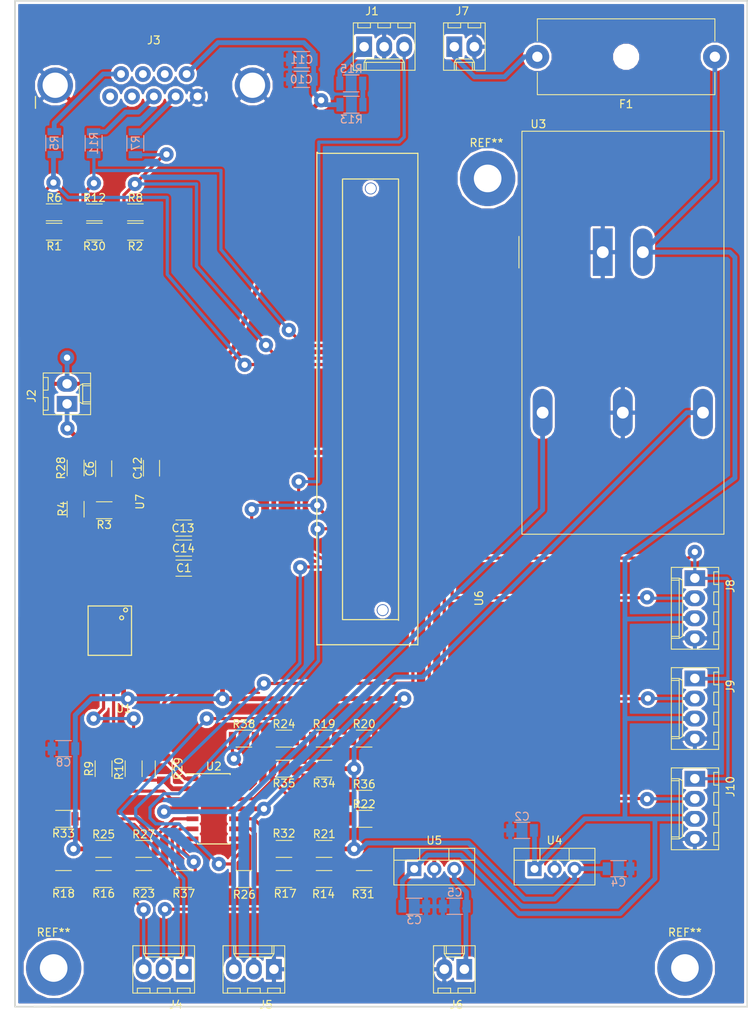
<source format=kicad_pcb>
(kicad_pcb (version 4) (host pcbnew 4.0.7)
  (layers (0 F.Cu signal) (31 B.Cu signal) (34 B.Paste user hide) (35 F.Paste user hide) (36 B.SilkS user hide) (37 F.SilkS user hide) (38 B.Mask user hide) (39 F.Mask user hide) (44 Edge.Cuts user))
  (net 0 "")
  (net 1 GND)
  (net 2 +5VD)
  (net 3 +24V)
  (net 4 +12V)
  (net 5 "Net-(C6-Pad1)")
  (net 6 +36V)
  (net 7 "Net-(C13-Pad1)")
  (net 8 "Net-(F1-Pad2)")
  (net 9 Ped_sig_Bl)
  (net 10 +15V)
  (net 11 -15V)
  (net 12 PWM3_sig)
  (net 13 ENB_sig)
  (net 14 PWM2_sig)
  (net 15 PWM1_sig)
  (net 16 "Net-(R1-Pad1)")
  (net 17 "Net-(R2-Pad1)")
  (net 18 "Net-(R9-Pad1)")
  (net 19 "Net-(R9-Pad2)")
  (net 20 "Net-(R10-Pad1)")
  (net 21 "Net-(R10-Pad2)")
  (net 22 "Net-(R12-Pad2)")
  (net 23 "Net-(R13-Pad2)")
  (net 24 "Net-(R14-Pad2)")
  (net 25 "Net-(R16-Pad2)")
  (net 26 "Net-(R17-Pad1)")
  (net 27 "Net-(R19-Pad2)")
  (net 28 "Net-(R21-Pad2)")
  (net 29 "Net-(R22-Pad1)")
  (net 30 "Net-(R23-Pad1)")
  (net 31 "Net-(R24-Pad1)")
  (net 32 "Net-(R25-Pad2)")
  (net 33 "Net-(R27-Pad2)")
  (net 34 Vol_sig)
  (net 35 "Net-(R34-Pad2)")
  (net 36 "Net-(R35-Pad2)")
  (net 37 "Net-(U6-Pad1)")
  (net 38 "Net-(U6-Pad2)")
  (net 39 "Net-(U6-Pad3)")
  (net 40 "Net-(U6-Pad4)")
  (net 41 "Net-(U6-Pad5)")
  (net 42 "Net-(U6-Pad6)")
  (net 43 "Net-(U6-Pad7)")
  (net 44 "Net-(U6-Pad8)")
  (net 45 "Net-(U6-Pad10)")
  (net 46 "Net-(U6-Pad11)")
  (net 47 "Net-(U6-Pad13)")
  (net 48 "Net-(U6-Pad15)")
  (net 49 "Net-(U6-Pad16)")
  (net 50 "Net-(U6-Pad17)")
  (net 51 "Net-(U6-Pad18)")
  (net 52 "Net-(U6-Pad20)")
  (net 53 "Net-(U6-Pad21)")
  (net 54 "Net-(U6-Pad23)")
  (net 55 "Net-(U6-Pad25)")
  (net 56 "Net-(U6-Pad27)")
  (net 57 "Net-(U6-Pad28)")
  (net 58 "Net-(U6-Pad29)")
  (net 59 "Net-(U6-Pad30)")
  (net 60 "Net-(U6-Pad31)")
  (net 61 "Net-(U6-Pad32)")
  (net 62 "Net-(U6-Pad33)")
  (net 63 "Net-(U6-Pad34)")
  (net 64 "Net-(U6-Pad35)")
  (net 65 "Net-(U6-Pad36)")
  (net 66 "Net-(U6-Pad37)")
  (net 67 "Net-(U6-Pad39)")
  (net 68 "Net-(U6-Pad40)")
  (net 69 "Net-(U6-Pad41)")
  (net 70 "Net-(U6-Pad42)")
  (net 71 "Net-(U6-Pad43)")
  (net 72 "Net-(U6-Pad44)")
  (net 73 "Net-(U6-Pad45)")
  (net 74 "Net-(U6-Pad47)")
  (net 75 "Net-(U6-Pad52)")
  (net 76 "Net-(U6-Pad54)")
  (net 77 "Net-(U6-Pad55)")
  (net 78 "Net-(U6-Pad56)")
  (net 79 "Net-(U6-Pad57)")
  (net 80 "Net-(U6-Pad58)")
  (net 81 "Net-(U6-Pad59)")
  (net 82 "Net-(U6-Pad61)")
  (net 83 "Net-(U6-Pad62)")
  (net 84 "Net-(U6-Pad63)")
  (net 85 "Net-(U6-Pad64)")
  (net 86 "Net-(U6-Pad65)")
  (net 87 "Net-(U6-Pad66)")
  (net 88 "Net-(U6-Pad67)")
  (net 89 "Net-(U6-Pad69)")
  (net 90 "Net-(U6-Pad71)")
  (net 91 "Net-(U6-Pad72)")
  (net 92 "Net-(U6-Pad73)")
  (net 93 "Net-(U6-Pad75)")
  (net 94 "Net-(U6-Pad76)")
  (net 95 "Net-(U6-Pad77)")
  (net 96 "Net-(U6-Pad78)")
  (net 97 "Net-(U6-Pad79)")
  (net 98 "Net-(U6-Pad80)")
  (net 99 "Net-(U6-Pad81)")
  (net 100 "Net-(U6-Pad82)")
  (net 101 "Net-(U6-Pad83)")
  (net 102 "Net-(U6-Pad84)")
  (net 103 "Net-(U6-Pad85)")
  (net 104 "Net-(U6-Pad86)")
  (net 105 "Net-(U6-Pad87)")
  (net 106 "Net-(U6-Pad88)")
  (net 107 "Net-(U6-Pad89)")
  (net 108 "Net-(U6-Pad90)")
  (net 109 "Net-(U6-Pad91)")
  (net 110 "Net-(U6-Pad92)")
  (net 111 "Net-(U6-Pad93)")
  (net 112 "Net-(U6-Pad94)")
  (net 113 "Net-(U6-Pad95)")
  (net 114 "Net-(U6-Pad96)")
  (net 115 "Net-(U6-Pad97)")
  (net 116 "Net-(U6-Pad98)")
  (net 117 "Net-(U6-Pad99)")
  (net 118 "Net-(U6-Pad100)")
  (net 119 "Net-(U6-Pad101)")
  (net 120 "Net-(U6-Pad102)")
  (net 121 "Net-(U6-Pad103)")
  (net 122 "Net-(U6-Pad104)")
  (net 123 "Net-(U6-Pad105)")
  (net 124 "Net-(U6-Pad106)")
  (net 125 "Net-(U6-Pad107)")
  (net 126 "Net-(U6-Pad108)")
  (net 127 "Net-(U6-Pad109)")
  (net 128 "Net-(U6-Pad110)")
  (net 129 "Net-(U6-Pad111)")
  (net 130 "Net-(U6-Pad112)")
  (net 131 "Net-(U6-Pad113)")
  (net 132 "Net-(U6-Pad114)")
  (net 133 "Net-(U6-Pad115)")
  (net 134 "Net-(U6-Pad116)")
  (net 135 "Net-(U6-Pad117)")
  (net 136 "Net-(U6-Pad119)")
  (net 137 "Net-(U6-Pad118)")
  (net 138 "Net-(U6-Pad120)")
  (net 139 "Net-(U7-Pad2)")
  (net 140 "Net-(U7-Pad3)")
  (net 141 "Net-(U7-Pad7)")
  (net 142 CurB_meas)
  (net 143 CurA_meas)
  (net 144 CurC_meas)
  (net 145 CurB_sig)
  (net 146 CurA_sig)
  (net 147 CurC_sig)
  (net 148 EncA_sig)
  (net 149 EncB_sig)
  (net 150 EncZ_sig)
  (net 151 +5V)
  (net 152 "Net-(J3-Pad8)")
  (net 153 GNDS)
  (net 154 "Net-(J1-Pad1)")
  (net 155 Z)
  (net 156 B)
  (net 157 A)
  (net 158 "Net-(J3-Pad4)")
  (net 159 "Net-(J3-Pad5)")
  (net 160 "Net-(J3-Pad7)")
  (net 161 "Net-(R3-Pad2)")
  (module Mounting_Holes:MountingHole_3.5mm_Pad (layer F.Cu) (at 102 79)
    (fp_text reference REF** (at -0.15 -4.5) (layer F.SilkS))
    (fp_text value "Mounting hole")
    (pad 1 thru_hole circle (at 0 0) (size 7 7) (drill 3.5) (layers *.Cu *.Mask))
  )
  (module Mounting_Holes:MountingHole_3.5mm_Pad (layer F.Cu) (at 127 179)
    (fp_text reference REF** (at 0 -4.5) (layer F.SilkS))
    (fp_text value "Mounting hole")
    (pad 1 thru_hole circle (at 0 0) (size 7 7) (drill 3.5) (layers *.Cu *.Mask))
  )
  (module Resistors_SMD:R_1206 (layer F.Cu) (at 49.78148 120.89656 90)
    (fp_text reference R4 (at 0.04656 -1.68148 270) (layer F.SilkS))
    (fp_text value 68k)
    (pad 1 smd rect (at -1.45 0 90) (size 0.9 1.7) (layers F.Cu F.Paste F.Mask) (net 161 "Net-(R3-Pad2)"))
    (pad 2 smd rect (at 1.45 0 90) (size 0.9 1.7) (layers F.Cu F.Paste F.Mask) (net 5 "Net-(C6-Pad1)"))
  )
  (module Connectors_Molex:Molex_KK-6410-02_02x2.54mm_Straight (layer F.Cu) (at 97.77576 62.31812)
    (fp_text reference J7 (at 1 -4.5) (layer F.SilkS))
    (fp_text value "24V Supply")
    (pad 1 thru_hole rect (at 0 0) (size 2 2.6) (drill 1.2) (layers *.Cu *.Mask) (net 8 "Net-(F1-Pad2)"))
    (pad 2 thru_hole oval (at 2.54 0) (size 2 2.6) (drill 1.2) (layers *.Cu *.Mask) (net 153 GNDS))
  )
  (module Converters_DCDC_ACDC:DCDC-Conv_TRACO_TEN10-XXXX_Dual (layer F.Cu) (at 116.58446 88.34042)
    (fp_text reference U3 (at -8.16 -16.22 180) (layer F.SilkS))
    (fp_text value TRACO+/-15)
    (pad 4 thru_hole oval (at 2.54 20.32 90) (size 6 2.5) (drill 1.5) (layers *.Cu *.Mask) (net 153 GNDS))
    (pad 1 thru_hole rect (at 0 0 90) (size 6 2.5) (drill 1.5) (layers *.Cu *.Mask) (net 153 GNDS))
    (pad 2 thru_hole oval (at 5.08 0 90) (size 6 2.5) (drill 1.5) (layers *.Cu *.Mask) (net 3 +24V))
    (pad 3 thru_hole oval (at -7.62 20.32 90) (size 6 2.5) (drill 1.5) (layers *.Cu *.Mask) (net 10 +15V))
    (pad 5 thru_hole oval (at 12.7 20.32 90) (size 6 2.5) (drill 1.5) (layers *.Cu *.Mask) (net 11 -15V))
  )
  (module Capacitors_SMD:C_1206 (layer F.Cu) (at 63.48576 128.35812 180)
    (fp_text reference C1 (at -0.01424 0.00812 180) (layer F.SilkS))
    (fp_text value 0.1u)
    (pad 1 smd rect (at -1.5 0 180) (size 1 1.6) (layers F.Cu F.Paste F.Mask) (net 1 GND))
    (pad 2 smd rect (at 1.5 0 180) (size 1 1.6) (layers F.Cu F.Paste F.Mask) (net 2 +5VD))
  )
  (module Capacitors_SMD:C_1206 (layer B.Cu) (at 106.36424 161.56812 180)
    (fp_text reference C2 (at 0 1.75 180) (layer B.SilkS) (effects (justify mirror)))
    (fp_text value 0.33uF)
    (pad 1 smd rect (at -1.5 0 180) (size 1 1.6) (layers B.Cu B.Paste B.Mask) (net 3 +24V))
    (pad 2 smd rect (at 1.5 0 180) (size 1 1.6) (layers B.Cu B.Paste B.Mask) (net 153 GNDS))
  )
  (module Capacitors_SMD:C_1206 (layer B.Cu) (at 92.69576 171.18188)
    (fp_text reference C3 (at 0 1.75) (layer B.SilkS) (effects (justify mirror)))
    (fp_text value 0.33uF)
    (pad 1 smd rect (at -1.5 0) (size 1 1.6) (layers B.Cu B.Paste B.Mask) (net 3 +24V))
    (pad 2 smd rect (at 1.5 0) (size 1 1.6) (layers B.Cu B.Paste B.Mask) (net 153 GNDS))
  )
  (module Capacitors_SMD:C_1206 (layer B.Cu) (at 118.58424 166.41812)
    (fp_text reference C4 (at 0 1.75) (layer B.SilkS) (effects (justify mirror)))
    (fp_text value 0.1uF)
    (pad 1 smd rect (at -1.5 0) (size 1 1.6) (layers B.Cu B.Paste B.Mask) (net 151 +5V))
    (pad 2 smd rect (at 1.5 0) (size 1 1.6) (layers B.Cu B.Paste B.Mask) (net 153 GNDS))
  )
  (module Capacitors_SMD:C_1206 (layer B.Cu) (at 97.82576 171.18188 180)
    (fp_text reference C5 (at 0 1.75 180) (layer B.SilkS) (effects (justify mirror)))
    (fp_text value 0.1uF)
    (pad 1 smd rect (at -1.5 0 180) (size 1 1.6) (layers B.Cu B.Paste B.Mask) (net 4 +12V))
    (pad 2 smd rect (at 1.5 0 180) (size 1 1.6) (layers B.Cu B.Paste B.Mask) (net 153 GNDS))
  )
  (module Capacitors_SMD:C_1206 (layer F.Cu) (at 53.33846 115.75972 90)
    (fp_text reference C6 (at 0 -1.75 90) (layer F.SilkS))
    (fp_text value 100p)
    (pad 1 smd rect (at -1.5 0 90) (size 1 1.6) (layers F.Cu F.Paste F.Mask) (net 5 "Net-(C6-Pad1)"))
    (pad 2 smd rect (at 1.5 0 90) (size 1 1.6) (layers F.Cu F.Paste F.Mask) (net 1 GND))
  )
  (module Capacitors_SMD:C_1206 (layer B.Cu) (at 48.24576 151.21812)
    (fp_text reference C8 (at 0 1.75) (layer B.SilkS) (effects (justify mirror)))
    (fp_text value 0.1u)
    (pad 1 smd rect (at -1.5 0) (size 1 1.6) (layers B.Cu B.Paste B.Mask) (net 153 GNDS))
    (pad 2 smd rect (at 1.5 0) (size 1 1.6) (layers B.Cu B.Paste B.Mask) (net 151 +5V))
  )
  (module Capacitors_SMD:C_1206 (layer B.Cu) (at 78.45 66.45 180)
    (fp_text reference C10 (at 0.05 0 180) (layer B.SilkS) (effects (justify mirror)))
    (fp_text value 1u)
    (pad 1 smd rect (at -1.5 0 180) (size 1 1.6) (layers B.Cu B.Paste B.Mask) (net 151 +5V))
    (pad 2 smd rect (at 1.5 0 180) (size 1 1.6) (layers B.Cu B.Paste B.Mask) (net 153 GNDS))
  )
  (module Capacitors_SMD:C_1206 (layer B.Cu) (at 78.45 63.95 180)
    (fp_text reference C11 (at 0 0 180) (layer B.SilkS) (effects (justify mirror)))
    (fp_text value 0.1u)
    (pad 1 smd rect (at -1.5 0 180) (size 1 1.6) (layers B.Cu B.Paste B.Mask) (net 151 +5V))
    (pad 2 smd rect (at 1.5 0 180) (size 1 1.6) (layers B.Cu B.Paste B.Mask) (net 153 GNDS))
  )
  (module Capacitors_SMD:C_1206 (layer F.Cu) (at 59.4 115.7 90)
    (fp_text reference C12 (at 0 -1.75 90) (layer F.SilkS))
    (fp_text value 1u)
    (pad 1 smd rect (at -1.5 0 90) (size 1 1.6) (layers F.Cu F.Paste F.Mask) (net 6 +36V))
    (pad 2 smd rect (at 1.5 0 90) (size 1 1.6) (layers F.Cu F.Paste F.Mask) (net 1 GND))
  )
  (module Capacitors_SMD:C_1206 (layer F.Cu) (at 63.48576 123.27812)
    (fp_text reference C13 (at -0.08576 0.02188) (layer F.SilkS))
    (fp_text value 0.1)
    (pad 1 smd rect (at -1.5 0) (size 1 1.6) (layers F.Cu F.Paste F.Mask) (net 7 "Net-(C13-Pad1)"))
    (pad 2 smd rect (at 1.5 0) (size 1 1.6) (layers F.Cu F.Paste F.Mask) (net 1 GND))
  )
  (module Capacitors_SMD:C_1206 (layer F.Cu) (at 63.48576 125.81812)
    (fp_text reference C14 (at -0.03576 0.03188) (layer F.SilkS))
    (fp_text value 10u)
    (pad 1 smd rect (at -1.5 0) (size 1 1.6) (layers F.Cu F.Paste F.Mask) (net 2 +5VD))
    (pad 2 smd rect (at 1.5 0) (size 1 1.6) (layers F.Cu F.Paste F.Mask) (net 1 GND))
  )
  (module Fuse_Holders_and_Fuses:Fuseholder5x20_horiz_open_Schurter_0031_8201 (layer F.Cu) (at 130.79576 63.58812 180)
    (fp_text reference F1 (at 11.25 -6 180) (layer F.SilkS))
    (fp_text value Fuse)
    (pad 1 thru_hole circle (at 0 0 180) (size 3 3) (drill 1.3) (layers *.Cu *.Mask) (net 3 +24V))
    (pad 2 thru_hole circle (at 22.5 0 180) (size 3 3) (drill 1.3) (layers *.Cu *.Mask) (net 8 "Net-(F1-Pad2)"))
    (pad "" np_thru_hole circle (at 11.25 0 180) (size 2.7 2.7) (drill 2.7) (layers *.Cu *.Mask))
  )
  (module Connectors_Molex:Molex_KK-6410-03_03x2.54mm_Straight (layer F.Cu) (at 86.34576 62.31812)
    (fp_text reference J1 (at 1 -4.5) (layer F.SilkS))
    (fp_text value "Torque pedal")
    (pad 1 thru_hole rect (at 0 0) (size 2 2.6) (drill 1.2) (layers *.Cu *.Mask) (net 154 "Net-(J1-Pad1)"))
    (pad 2 thru_hole oval (at 2.54 0) (size 2 2.6) (drill 1.2) (layers *.Cu *.Mask) (net 153 GNDS))
    (pad 3 thru_hole oval (at 5.08 0) (size 2 2.6) (drill 1.2) (layers *.Cu *.Mask) (net 9 Ped_sig_Bl))
  )
  (module Connectors_Molex:Molex_KK-6410-02_02x2.54mm_Straight (layer F.Cu) (at 48.7 107.55 90)
    (fp_text reference J2 (at 1 -4.5 90) (layer F.SilkS))
    (fp_text value "36V Supply")
    (pad 1 thru_hole rect (at 0 0 90) (size 2 2.6) (drill 1.2) (layers *.Cu *.Mask) (net 6 +36V))
    (pad 2 thru_hole oval (at 2.54 0 90) (size 2 2.6) (drill 1.2) (layers *.Cu *.Mask) (net 1 GND))
  )
  (module Connectors_Molex:Molex_KK-6410-03_03x2.54mm_Straight (layer F.Cu) (at 63.48576 179.15812 180)
    (fp_text reference J4 (at 1 -4.5 180) (layer F.SilkS))
    (fp_text value Cur_Meas_Sig)
    (pad 1 thru_hole rect (at 0 0 180) (size 2 2.6) (drill 1.2) (layers *.Cu *.Mask) (net 144 CurC_meas))
    (pad 2 thru_hole oval (at 2.54 0 180) (size 2 2.6) (drill 1.2) (layers *.Cu *.Mask) (net 142 CurB_meas))
    (pad 3 thru_hole oval (at 5.08 0 180) (size 2 2.6) (drill 1.2) (layers *.Cu *.Mask) (net 143 CurA_meas))
  )
  (module Connectors_Molex:Molex_KK-6410-03_03x2.54mm_Straight (layer F.Cu) (at 74.91576 179.15812 180)
    (fp_text reference J5 (at 1 -4.5 180) (layer F.SilkS))
    (fp_text value Cur_Meas_Supply)
    (pad 1 thru_hole rect (at 0 0 180) (size 2 2.6) (drill 1.2) (layers *.Cu *.Mask) (net 153 GNDS))
    (pad 2 thru_hole oval (at 2.54 0 180) (size 2 2.6) (drill 1.2) (layers *.Cu *.Mask) (net 11 -15V))
    (pad 3 thru_hole oval (at 5.08 0 180) (size 2 2.6) (drill 1.2) (layers *.Cu *.Mask) (net 10 +15V))
  )
  (module Connectors_Molex:Molex_KK-6410-02_02x2.54mm_Straight (layer F.Cu) (at 99.04576 179.15812 180)
    (fp_text reference J6 (at 1 -4.5 180) (layer F.SilkS))
    (fp_text value Fan)
    (pad 1 thru_hole rect (at 0 0 180) (size 2 2.6) (drill 1.2) (layers *.Cu *.Mask) (net 4 +12V))
    (pad 2 thru_hole oval (at 2.54 0 180) (size 2 2.6) (drill 1.2) (layers *.Cu *.Mask) (net 153 GNDS))
  )
  (module Connectors_Molex:Molex_KK-6410-04_04x2.54mm_Straight (layer F.Cu) (at 128.25576 129.62812 270)
    (fp_text reference J8 (at 1 -4.5 270) (layer F.SilkS))
    (fp_text value PWM3)
    (pad 1 thru_hole rect (at 0 0 270) (size 2 2.6) (drill 1.2) (layers *.Cu *.Mask) (net 13 ENB_sig))
    (pad 2 thru_hole oval (at 2.54 0 270) (size 2 2.6) (drill 1.2) (layers *.Cu *.Mask) (net 12 PWM3_sig))
    (pad 3 thru_hole oval (at 5.08 0 270) (size 2 2.6) (drill 1.2) (layers *.Cu *.Mask) (net 3 +24V))
    (pad 4 thru_hole oval (at 7.62 0 270) (size 2 2.6) (drill 1.2) (layers *.Cu *.Mask) (net 153 GNDS))
  )
  (module Connectors_Molex:Molex_KK-6410-04_04x2.54mm_Straight (layer F.Cu) (at 128.25576 142.32812 270)
    (fp_text reference J9 (at 1 -4.5 270) (layer F.SilkS))
    (fp_text value PWM2)
    (pad 1 thru_hole rect (at 0 0 270) (size 2 2.6) (drill 1.2) (layers *.Cu *.Mask) (net 13 ENB_sig))
    (pad 2 thru_hole oval (at 2.54 0 270) (size 2 2.6) (drill 1.2) (layers *.Cu *.Mask) (net 14 PWM2_sig))
    (pad 3 thru_hole oval (at 5.08 0 270) (size 2 2.6) (drill 1.2) (layers *.Cu *.Mask) (net 3 +24V))
    (pad 4 thru_hole oval (at 7.62 0 270) (size 2 2.6) (drill 1.2) (layers *.Cu *.Mask) (net 153 GNDS))
  )
  (module Connectors_Molex:Molex_KK-6410-04_04x2.54mm_Straight (layer F.Cu) (at 128.25576 155.02812 270)
    (fp_text reference J10 (at 1 -4.5 270) (layer F.SilkS))
    (fp_text value PWM1)
    (pad 1 thru_hole rect (at 0 0 270) (size 2 2.6) (drill 1.2) (layers *.Cu *.Mask) (net 13 ENB_sig))
    (pad 2 thru_hole oval (at 2.54 0 270) (size 2 2.6) (drill 1.2) (layers *.Cu *.Mask) (net 15 PWM1_sig))
    (pad 3 thru_hole oval (at 5.08 0 270) (size 2 2.6) (drill 1.2) (layers *.Cu *.Mask) (net 3 +24V))
    (pad 4 thru_hole oval (at 7.62 0 270) (size 2 2.6) (drill 1.2) (layers *.Cu *.Mask) (net 153 GNDS))
  )
  (module Resistors_SMD:R_1206 (layer F.Cu) (at 47.055 85.745 180)
    (fp_text reference R1 (at 0 -1.85 180) (layer F.SilkS))
    (fp_text value 1k)
    (pad 1 smd rect (at -1.45 0 180) (size 0.9 1.7) (layers F.Cu F.Paste F.Mask) (net 16 "Net-(R1-Pad1)"))
    (pad 2 smd rect (at 1.45 0 180) (size 0.9 1.7) (layers F.Cu F.Paste F.Mask) (net 153 GNDS))
  )
  (module Resistors_SMD:R_1206 (layer F.Cu) (at 57.35576 85.74812 180)
    (fp_text reference R2 (at 0 -1.85 180) (layer F.SilkS))
    (fp_text value 1k)
    (pad 1 smd rect (at -1.45 0 180) (size 0.9 1.7) (layers F.Cu F.Paste F.Mask) (net 17 "Net-(R2-Pad1)"))
    (pad 2 smd rect (at 1.45 0 180) (size 0.9 1.7) (layers F.Cu F.Paste F.Mask) (net 153 GNDS))
  )
  (module Resistors_SMD:R_1206 (layer F.Cu) (at 53.40688 121.02076 180)
    (fp_text reference R3 (at 0 -1.85 180) (layer F.SilkS))
    (fp_text value 4.7k)
    (pad 1 smd rect (at -1.45 0 180) (size 0.9 1.7) (layers F.Cu F.Paste F.Mask) (net 6 +36V))
    (pad 2 smd rect (at 1.45 0 180) (size 0.9 1.7) (layers F.Cu F.Paste F.Mask) (net 161 "Net-(R3-Pad2)"))
  )
  (module Resistors_SMD:R_1206 (layer B.Cu) (at 47.07424 74.51812 270)
    (fp_text reference R5 (at -0.01812 -0.02576 270) (layer B.SilkS) (effects (justify mirror)))
    (fp_text value 1k)
    (pad 1 smd rect (at -1.45 0 270) (size 0.9 1.7) (layers B.Cu B.Paste B.Mask) (net 157 A))
    (pad 2 smd rect (at 1.45 0 270) (size 0.9 1.7) (layers B.Cu B.Paste B.Mask) (net 148 EncA_sig))
  )
  (module Resistors_SMD:R_1206 (layer F.Cu) (at 47.055 83.295)
    (fp_text reference R6 (at 0 -1.85) (layer F.SilkS))
    (fp_text value 1k)
    (pad 1 smd rect (at -1.45 0) (size 0.9 1.7) (layers F.Cu F.Paste F.Mask) (net 148 EncA_sig))
    (pad 2 smd rect (at 1.45 0) (size 0.9 1.7) (layers F.Cu F.Paste F.Mask) (net 16 "Net-(R1-Pad1)"))
  )
  (module Resistors_SMD:R_1206 (layer B.Cu) (at 57.35 74.55 270)
    (fp_text reference R7 (at -0.05 -0.05 270) (layer B.SilkS) (effects (justify mirror)))
    (fp_text value 1k)
    (pad 1 smd rect (at -1.45 0 270) (size 0.9 1.7) (layers B.Cu B.Paste B.Mask) (net 156 B))
    (pad 2 smd rect (at 1.45 0 270) (size 0.9 1.7) (layers B.Cu B.Paste B.Mask) (net 149 EncB_sig))
  )
  (module Resistors_SMD:R_1206 (layer F.Cu) (at 57.35576 83.29812)
    (fp_text reference R8 (at 0 -1.85) (layer F.SilkS))
    (fp_text value 1k)
    (pad 1 smd rect (at -1.45 0) (size 0.9 1.7) (layers F.Cu F.Paste F.Mask) (net 149 EncB_sig))
    (pad 2 smd rect (at 1.45 0) (size 0.9 1.7) (layers F.Cu F.Paste F.Mask) (net 17 "Net-(R2-Pad1)"))
  )
  (module Resistors_SMD:R_1206 (layer F.Cu) (at 53.32576 153.75812 90)
    (fp_text reference R9 (at 0 -1.85 90) (layer F.SilkS))
    (fp_text value 10k)
    (pad 1 smd rect (at -1.45 0 90) (size 0.9 1.7) (layers F.Cu F.Paste F.Mask) (net 18 "Net-(R9-Pad1)"))
    (pad 2 smd rect (at 1.45 0 90) (size 0.9 1.7) (layers F.Cu F.Paste F.Mask) (net 19 "Net-(R9-Pad2)"))
  )
  (module Resistors_SMD:R_1206 (layer F.Cu) (at 57.13576 153.75812 90)
    (fp_text reference R10 (at 0 -1.85 90) (layer F.SilkS))
    (fp_text value 10k)
    (pad 1 smd rect (at -1.45 0 90) (size 0.9 1.7) (layers F.Cu F.Paste F.Mask) (net 20 "Net-(R10-Pad1)"))
    (pad 2 smd rect (at 1.45 0 90) (size 0.9 1.7) (layers F.Cu F.Paste F.Mask) (net 21 "Net-(R10-Pad2)"))
  )
  (module Resistors_SMD:R_1206 (layer B.Cu) (at 52.06424 74.54312 270)
    (fp_text reference R11 (at 0.00688 -0.03576 270) (layer B.SilkS) (effects (justify mirror)))
    (fp_text value 1k)
    (pad 1 smd rect (at -1.45 0 270) (size 0.9 1.7) (layers B.Cu B.Paste B.Mask) (net 155 Z))
    (pad 2 smd rect (at 1.45 0 270) (size 0.9 1.7) (layers B.Cu B.Paste B.Mask) (net 150 EncZ_sig))
  )
  (module Resistors_SMD:R_1206 (layer F.Cu) (at 52.17062 83.30174)
    (fp_text reference R12 (at 0 -1.85) (layer F.SilkS))
    (fp_text value 1k)
    (pad 1 smd rect (at -1.45 0) (size 0.9 1.7) (layers F.Cu F.Paste F.Mask) (net 150 EncZ_sig))
    (pad 2 smd rect (at 1.45 0) (size 0.9 1.7) (layers F.Cu F.Paste F.Mask) (net 22 "Net-(R12-Pad2)"))
  )
  (module Resistors_SMD:R_1206 (layer B.Cu) (at 84.73576 69.66188)
    (fp_text reference R13 (at 0 1.85) (layer B.SilkS) (effects (justify mirror)))
    (fp_text value 560)
    (pad 1 smd rect (at -1.45 0) (size 0.9 1.7) (layers B.Cu B.Paste B.Mask) (net 151 +5V))
    (pad 2 smd rect (at 1.45 0) (size 0.9 1.7) (layers B.Cu B.Paste B.Mask) (net 23 "Net-(R13-Pad2)"))
  )
  (module Resistors_SMD:R_1206 (layer F.Cu) (at 81.26576 167.72812)
    (fp_text reference R14 (at -0.0762 1.905) (layer F.SilkS))
    (fp_text value 3)
    (pad 1 smd rect (at -1.45 0) (size 0.9 1.7) (layers F.Cu F.Paste F.Mask) (net 142 CurB_meas))
    (pad 2 smd rect (at 1.45 0) (size 0.9 1.7) (layers F.Cu F.Paste F.Mask) (net 24 "Net-(R14-Pad2)"))
  )
  (module Resistors_SMD:R_1206 (layer B.Cu) (at 84.70924 66.96312 180)
    (fp_text reference R15 (at 0 1.85 180) (layer B.SilkS) (effects (justify mirror)))
    (fp_text value 56)
    (pad 1 smd rect (at -1.45 0 180) (size 0.9 1.7) (layers B.Cu B.Paste B.Mask) (net 23 "Net-(R13-Pad2)"))
    (pad 2 smd rect (at 1.45 0 180) (size 0.9 1.7) (layers B.Cu B.Paste B.Mask) (net 154 "Net-(J1-Pad1)"))
  )
  (module Resistors_SMD:R_1206 (layer F.Cu) (at 53.32576 167.72812 180)
    (fp_text reference R16 (at 0 -1.85 180) (layer F.SilkS))
    (fp_text value 3)
    (pad 1 smd rect (at -1.45 0 180) (size 0.9 1.7) (layers F.Cu F.Paste F.Mask) (net 143 CurA_meas))
    (pad 2 smd rect (at 1.45 0 180) (size 0.9 1.7) (layers F.Cu F.Paste F.Mask) (net 25 "Net-(R16-Pad2)"))
  )
  (module Resistors_SMD:R_1206 (layer F.Cu) (at 76.18576 167.72812)
    (fp_text reference R17 (at 0.1524 1.8542) (layer F.SilkS))
    (fp_text value 10k)
    (pad 1 smd rect (at -1.45 0) (size 0.9 1.7) (layers F.Cu F.Paste F.Mask) (net 26 "Net-(R17-Pad1)"))
    (pad 2 smd rect (at 1.45 0) (size 0.9 1.7) (layers F.Cu F.Paste F.Mask) (net 142 CurB_meas))
  )
  (module Resistors_SMD:R_1206 (layer F.Cu) (at 48.24576 167.72812 180)
    (fp_text reference R18 (at 0 -1.85 180) (layer F.SilkS))
    (fp_text value 2)
    (pad 1 smd rect (at -1.45 0 180) (size 0.9 1.7) (layers F.Cu F.Paste F.Mask) (net 25 "Net-(R16-Pad2)"))
    (pad 2 smd rect (at 1.45 0 180) (size 0.9 1.7) (layers F.Cu F.Paste F.Mask) (net 153 GNDS))
  )
  (module Resistors_SMD:R_1206 (layer F.Cu) (at 81.26576 149.94812)
    (fp_text reference R19 (at 0 -1.85) (layer F.SilkS))
    (fp_text value 3)
    (pad 1 smd rect (at -1.45 0) (size 0.9 1.7) (layers F.Cu F.Paste F.Mask) (net 144 CurC_meas))
    (pad 2 smd rect (at 1.45 0) (size 0.9 1.7) (layers F.Cu F.Paste F.Mask) (net 27 "Net-(R19-Pad2)"))
  )
  (module Resistors_SMD:R_1206 (layer F.Cu) (at 86.34576 149.94812)
    (fp_text reference R20 (at 0 -1.85) (layer F.SilkS))
    (fp_text value 2)
    (pad 1 smd rect (at -1.45 0) (size 0.9 1.7) (layers F.Cu F.Paste F.Mask) (net 27 "Net-(R19-Pad2)"))
    (pad 2 smd rect (at 1.45 0) (size 0.9 1.7) (layers F.Cu F.Paste F.Mask) (net 153 GNDS))
  )
  (module Resistors_SMD:R_1206 (layer F.Cu) (at 81.26576 163.91812 180)
    (fp_text reference R21 (at -0.0254 1.8796 180) (layer F.SilkS))
    (fp_text value 62k)
    (pad 1 smd rect (at -1.45 0 180) (size 0.9 1.7) (layers F.Cu F.Paste F.Mask) (net 151 +5V))
    (pad 2 smd rect (at 1.45 0 180) (size 0.9 1.7) (layers F.Cu F.Paste F.Mask) (net 28 "Net-(R21-Pad2)"))
  )
  (module Resistors_SMD:R_1206 (layer F.Cu) (at 86.34576 160.10812)
    (fp_text reference R22 (at 0 -1.85) (layer F.SilkS))
    (fp_text value 11k)
    (pad 1 smd rect (at -1.45 0) (size 0.9 1.7) (layers F.Cu F.Paste F.Mask) (net 29 "Net-(R22-Pad1)"))
    (pad 2 smd rect (at 1.45 0) (size 0.9 1.7) (layers F.Cu F.Paste F.Mask) (net 153 GNDS))
  )
  (module Resistors_SMD:R_1206 (layer F.Cu) (at 58.40576 167.72812 180)
    (fp_text reference R23 (at 0 -1.85 180) (layer F.SilkS))
    (fp_text value 10k)
    (pad 1 smd rect (at -1.45 0 180) (size 0.9 1.7) (layers F.Cu F.Paste F.Mask) (net 30 "Net-(R23-Pad1)"))
    (pad 2 smd rect (at 1.45 0 180) (size 0.9 1.7) (layers F.Cu F.Paste F.Mask) (net 143 CurA_meas))
  )
  (module Resistors_SMD:R_1206 (layer F.Cu) (at 76.18576 149.94812)
    (fp_text reference R24 (at 0 -1.85) (layer F.SilkS))
    (fp_text value 10k)
    (pad 1 smd rect (at -1.45 0) (size 0.9 1.7) (layers F.Cu F.Paste F.Mask) (net 31 "Net-(R24-Pad1)"))
    (pad 2 smd rect (at 1.45 0) (size 0.9 1.7) (layers F.Cu F.Paste F.Mask) (net 144 CurC_meas))
  )
  (module Resistors_SMD:R_1206 (layer F.Cu) (at 53.32576 163.91812)
    (fp_text reference R25 (at 0 -1.85) (layer F.SilkS))
    (fp_text value 62k)
    (pad 1 smd rect (at -1.45 0) (size 0.9 1.7) (layers F.Cu F.Paste F.Mask) (net 151 +5V))
    (pad 2 smd rect (at 1.45 0) (size 0.9 1.7) (layers F.Cu F.Paste F.Mask) (net 32 "Net-(R25-Pad2)"))
  )
  (module Resistors_SMD:R_1206 (layer F.Cu) (at 71.10576 167.72812)
    (fp_text reference R26 (at 0.0508 1.9812) (layer F.SilkS))
    (fp_text value 10k)
    (pad 1 smd rect (at -1.45 0) (size 0.9 1.7) (layers F.Cu F.Paste F.Mask) (net 145 CurB_sig))
    (pad 2 smd rect (at 1.45 0) (size 0.9 1.7) (layers F.Cu F.Paste F.Mask) (net 26 "Net-(R17-Pad1)"))
  )
  (module Resistors_SMD:R_1206 (layer F.Cu) (at 58.40576 163.91812)
    (fp_text reference R27 (at 0 -1.85) (layer F.SilkS))
    (fp_text value 330)
    (pad 1 smd rect (at -1.45 0) (size 0.9 1.7) (layers F.Cu F.Paste F.Mask) (net 32 "Net-(R25-Pad2)"))
    (pad 2 smd rect (at 1.45 0) (size 0.9 1.7) (layers F.Cu F.Paste F.Mask) (net 33 "Net-(R27-Pad2)"))
  )
  (module Resistors_SMD:R_1206 (layer F.Cu) (at 49.78246 115.67082 90)
    (fp_text reference R28 (at 0 -1.85 90) (layer F.SilkS))
    (fp_text value 10k)
    (pad 1 smd rect (at -1.45 0 90) (size 0.9 1.7) (layers F.Cu F.Paste F.Mask) (net 5 "Net-(C6-Pad1)"))
    (pad 2 smd rect (at 1.45 0 90) (size 0.9 1.7) (layers F.Cu F.Paste F.Mask) (net 1 GND))
  )
  (module Resistors_SMD:R_1206 (layer F.Cu) (at 60.94576 153.75812 270)
    (fp_text reference R29 (at 0 -1.85 270) (layer F.SilkS))
    (fp_text value 10k)
    (pad 1 smd rect (at -1.45 0 270) (size 0.9 1.7) (layers F.Cu F.Paste F.Mask) (net 34 Vol_sig))
    (pad 2 smd rect (at 1.45 0 270) (size 0.9 1.7) (layers F.Cu F.Paste F.Mask) (net 20 "Net-(R10-Pad1)"))
  )
  (module Resistors_SMD:R_1206 (layer F.Cu) (at 52.16438 85.73826 180)
    (fp_text reference R30 (at 0 -1.85 180) (layer F.SilkS))
    (fp_text value 1k)
    (pad 1 smd rect (at -1.45 0 180) (size 0.9 1.7) (layers F.Cu F.Paste F.Mask) (net 22 "Net-(R12-Pad2)"))
    (pad 2 smd rect (at 1.45 0 180) (size 0.9 1.7) (layers F.Cu F.Paste F.Mask) (net 153 GNDS))
  )
  (module Resistors_SMD:R_1206 (layer F.Cu) (at 86.34576 167.72812)
    (fp_text reference R31 (at -0.127 1.9304) (layer F.SilkS))
    (fp_text value 2)
    (pad 1 smd rect (at -1.45 0) (size 0.9 1.7) (layers F.Cu F.Paste F.Mask) (net 24 "Net-(R14-Pad2)"))
    (pad 2 smd rect (at 1.45 0) (size 0.9 1.7) (layers F.Cu F.Paste F.Mask) (net 153 GNDS))
  )
  (module Resistors_SMD:R_1206 (layer F.Cu) (at 76.18576 163.91812 180)
    (fp_text reference R32 (at 0 1.9558 180) (layer F.SilkS))
    (fp_text value 330)
    (pad 1 smd rect (at -1.45 0 180) (size 0.9 1.7) (layers F.Cu F.Paste F.Mask) (net 28 "Net-(R21-Pad2)"))
    (pad 2 smd rect (at 1.45 0 180) (size 0.9 1.7) (layers F.Cu F.Paste F.Mask) (net 29 "Net-(R22-Pad1)"))
  )
  (module Resistors_SMD:R_1206 (layer F.Cu) (at 48.24576 160.10812 180)
    (fp_text reference R33 (at 0 -1.85 180) (layer F.SilkS))
    (fp_text value 11k)
    (pad 1 smd rect (at -1.45 0 180) (size 0.9 1.7) (layers F.Cu F.Paste F.Mask) (net 33 "Net-(R27-Pad2)"))
    (pad 2 smd rect (at 1.45 0 180) (size 0.9 1.7) (layers F.Cu F.Paste F.Mask) (net 153 GNDS))
  )
  (module Resistors_SMD:R_1206 (layer F.Cu) (at 81.26576 153.75812 180)
    (fp_text reference R34 (at 0 -1.85 180) (layer F.SilkS))
    (fp_text value 62k)
    (pad 1 smd rect (at -1.45 0 180) (size 0.9 1.7) (layers F.Cu F.Paste F.Mask) (net 151 +5V))
    (pad 2 smd rect (at 1.45 0 180) (size 0.9 1.7) (layers F.Cu F.Paste F.Mask) (net 35 "Net-(R34-Pad2)"))
  )
  (module Resistors_SMD:R_1206 (layer F.Cu) (at 76.18576 153.75812 180)
    (fp_text reference R35 (at 0 -1.85 180) (layer F.SilkS))
    (fp_text value 330)
    (pad 1 smd rect (at -1.45 0 180) (size 0.9 1.7) (layers F.Cu F.Paste F.Mask) (net 35 "Net-(R34-Pad2)"))
    (pad 2 smd rect (at 1.45 0 180) (size 0.9 1.7) (layers F.Cu F.Paste F.Mask) (net 36 "Net-(R35-Pad2)"))
  )
  (module Resistors_SMD:R_1206 (layer F.Cu) (at 86.34576 157.56812)
    (fp_text reference R36 (at 0 -1.85) (layer F.SilkS))
    (fp_text value 11k)
    (pad 1 smd rect (at -1.45 0) (size 0.9 1.7) (layers F.Cu F.Paste F.Mask) (net 36 "Net-(R35-Pad2)"))
    (pad 2 smd rect (at 1.45 0) (size 0.9 1.7) (layers F.Cu F.Paste F.Mask) (net 153 GNDS))
  )
  (module Resistors_SMD:R_1206 (layer F.Cu) (at 63.48576 167.72812 180)
    (fp_text reference R37 (at 0 -1.85 180) (layer F.SilkS))
    (fp_text value 10k)
    (pad 1 smd rect (at -1.45 0 180) (size 0.9 1.7) (layers F.Cu F.Paste F.Mask) (net 146 CurA_sig))
    (pad 2 smd rect (at 1.45 0 180) (size 0.9 1.7) (layers F.Cu F.Paste F.Mask) (net 30 "Net-(R23-Pad1)"))
  )
  (module Resistors_SMD:R_1206 (layer F.Cu) (at 71.10576 149.94812)
    (fp_text reference R38 (at 0 -1.85) (layer F.SilkS))
    (fp_text value 10k)
    (pad 1 smd rect (at -1.45 0) (size 0.9 1.7) (layers F.Cu F.Paste F.Mask) (net 147 CurC_sig))
    (pad 2 smd rect (at 1.45 0) (size 0.9 1.7) (layers F.Cu F.Paste F.Mask) (net 31 "Net-(R24-Pad1)"))
  )
  (module Housings_SOIC:SOIC-14_3.9x8.7mm_Pitch1.27mm (layer F.Cu) (at 67.29576 158.83812)
    (fp_text reference U2 (at 0 -5.375) (layer F.SilkS))
    (fp_text value LM324)
    (pad 1 smd rect (at -2.7 -3.81) (size 1.5 0.6) (layers F.Cu F.Paste F.Mask) (net 34 Vol_sig))
    (pad 2 smd rect (at -2.7 -2.54) (size 1.5 0.6) (layers F.Cu F.Paste F.Mask) (net 20 "Net-(R10-Pad1)"))
    (pad 3 smd rect (at -2.7 -1.27) (size 1.5 0.6) (layers F.Cu F.Paste F.Mask) (net 18 "Net-(R9-Pad1)"))
    (pad 4 smd rect (at -2.7 0) (size 1.5 0.6) (layers F.Cu F.Paste F.Mask) (net 10 +15V))
    (pad 5 smd rect (at -2.7 1.27) (size 1.5 0.6) (layers F.Cu F.Paste F.Mask) (net 33 "Net-(R27-Pad2)"))
    (pad 6 smd rect (at -2.7 2.54) (size 1.5 0.6) (layers F.Cu F.Paste F.Mask) (net 30 "Net-(R23-Pad1)"))
    (pad 7 smd rect (at -2.7 3.81) (size 1.5 0.6) (layers F.Cu F.Paste F.Mask) (net 146 CurA_sig))
    (pad 8 smd rect (at 2.7 3.81) (size 1.5 0.6) (layers F.Cu F.Paste F.Mask) (net 145 CurB_sig))
    (pad 9 smd rect (at 2.7 2.54) (size 1.5 0.6) (layers F.Cu F.Paste F.Mask) (net 26 "Net-(R17-Pad1)"))
    (pad 10 smd rect (at 2.7 1.27) (size 1.5 0.6) (layers F.Cu F.Paste F.Mask) (net 29 "Net-(R22-Pad1)"))
    (pad 11 smd rect (at 2.7 0) (size 1.5 0.6) (layers F.Cu F.Paste F.Mask) (net 11 -15V))
    (pad 12 smd rect (at 2.7 -1.27) (size 1.5 0.6) (layers F.Cu F.Paste F.Mask) (net 36 "Net-(R35-Pad2)"))
    (pad 13 smd rect (at 2.7 -2.54) (size 1.5 0.6) (layers F.Cu F.Paste F.Mask) (net 31 "Net-(R24-Pad1)"))
    (pad 14 smd rect (at 2.7 -3.81) (size 1.5 0.6) (layers F.Cu F.Paste F.Mask) (net 147 CurC_sig))
  )
  (module TO_SOT_Packages_THT:TO-220-3_Vertical (layer F.Cu) (at 92.69576 166.45812)
    (fp_text reference U5 (at 2.54 -3.62) (layer F.SilkS))
    (fp_text value TS7812)
    (pad 1 thru_hole rect (at 0 0) (size 1.8 1.8) (drill 1) (layers *.Cu *.Mask) (net 3 +24V))
    (pad 2 thru_hole oval (at 2.54 0) (size 1.8 1.8) (drill 1) (layers *.Cu *.Mask) (net 153 GNDS))
    (pad 3 thru_hole oval (at 5.08 0) (size 1.8 1.8) (drill 1) (layers *.Cu *.Mask) (net 4 +12V))
  )
  (module TO_SOT_Packages_THT:TO-220-3_Vertical (layer F.Cu) (at 107.93576 166.45812)
    (fp_text reference U4 (at 2.54 -3.62) (layer F.SilkS))
    (fp_text value L7805)
    (pad 1 thru_hole rect (at 0 0) (size 1.8 1.8) (drill 1) (layers *.Cu *.Mask) (net 3 +24V))
    (pad 2 thru_hole oval (at 2.54 0) (size 1.8 1.8) (drill 1) (layers *.Cu *.Mask) (net 153 GNDS))
    (pad 3 thru_hole oval (at 5.08 0) (size 1.8 1.8) (drill 1) (layers *.Cu *.Mask) (net 151 +5V))
  )
  (module Mounting_Holes:MountingHole_3.5mm_Pad (layer F.Cu) (at 47 179)
    (fp_text reference REF** (at 0 -4.5) (layer F.SilkS))
    (fp_text value "Mounting hole")
    (pad 1 thru_hole circle (at 0 0) (size 7 7) (drill 3.5) (layers *.Cu *.Mask))
  )
  (module Kart_interface:DMR-09-P (layer F.Cu) (at 59.69576 68.61812)
    (fp_text reference J3 (at 0 -7.12) (layer F.SilkS))
    (fp_text value DB9_Male_MountingHoles)
    (pad 3 thru_hole circle (at 0 0) (size 2 2) (drill 1) (layers *.Cu *.Mask) (net 155 Z))
    (pad 2 thru_hole circle (at 2.77 0) (size 2 2) (drill 1) (layers *.Cu *.Mask) (net 156 B))
    (pad 1 thru_hole circle (at 5.54 0) (size 2 2) (drill 1) (layers *.Cu *.Mask) (net 153 GNDS))
    (pad 4 thru_hole circle (at -2.77 0) (size 2 2) (drill 1) (layers *.Cu *.Mask) (net 158 "Net-(J3-Pad4)"))
    (pad 5 thru_hole circle (at -5.54 0) (size 2 2) (drill 1) (layers *.Cu *.Mask) (net 159 "Net-(J3-Pad5)"))
    (pad 8 thru_hole circle (at -1.385 -2.84) (size 2 2) (drill 1) (layers *.Cu *.Mask) (net 152 "Net-(J3-Pad8)"))
    (pad 9 thru_hole circle (at -4.155 -2.84) (size 2 2) (drill 1) (layers *.Cu *.Mask) (net 157 A))
    (pad 7 thru_hole circle (at 1.385 -2.84) (size 2 2) (drill 1) (layers *.Cu *.Mask) (net 160 "Net-(J3-Pad7)"))
    (pad 6 thru_hole circle (at 4.155 -2.84) (size 2 2) (drill 1) (layers *.Cu *.Mask) (net 151 +5V))
    (pad 0 thru_hole circle (at 12.5 -1.42) (size 4.5 4.5) (drill 3.2) (layers *.Cu *.Mask) (net 153 GNDS))
    (pad 0 thru_hole circle (at -12.5 -1.42) (size 4.5 4.5) (drill 3.2) (layers *.Cu *.Mask) (net 153 GNDS))
  )
  (module Kart_interface:ACPL-C870-000E (layer F.Cu) (at 55.86576 130.89812 180)
    (fp_text reference U1 (at 0 -15.24 180) (layer F.SilkS))
    (fp_text value ACPL-C870-000E hide)
    (pad 1 smd rect (at 0 0 180) (size 0.64 1.905) (layers F.Cu F.Paste F.Mask) (net 2 +5VD))
    (pad 2 smd rect (at 1.27 0 180) (size 0.64 1.905) (layers F.Cu F.Paste F.Mask) (net 5 "Net-(C6-Pad1)"))
    (pad 3 smd rect (at 2.54 0 180) (size 0.64 1.905) (layers F.Cu F.Paste F.Mask) (net 1 GND))
    (pad 4 smd rect (at 3.81 0 180) (size 0.64 1.905) (layers F.Cu F.Paste F.Mask) (net 1 GND))
    (pad 8 smd rect (at 0 -10.745 180) (size 0.64 1.905) (layers F.Cu F.Paste F.Mask) (net 151 +5V))
    (pad 7 smd rect (at 1.27 -10.745 180) (size 0.64 1.905) (layers F.Cu F.Paste F.Mask) (net 19 "Net-(R9-Pad2)"))
    (pad 6 smd rect (at 2.54 -10.745 180) (size 0.64 1.905) (layers F.Cu F.Paste F.Mask) (net 21 "Net-(R10-Pad2)"))
    (pad 5 smd rect (at 3.81 -10.745 180) (size 0.64 1.905) (layers F.Cu F.Paste F.Mask) (net 153 GNDS))
  )
  (module "Kart_interface:8-Pin(ePad)MSOP" (layer F.Cu) (at 60.34886 118.97282 270)
    (fp_text reference U7 (at 0.98 2.405 270) (layer F.SilkS))
    (fp_text value MIC5282-5)
    (pad 1 smd rect (at 0 0 270) (size 0.4 1.26) (layers F.Cu F.Paste F.Mask) (net 6 +36V))
    (pad 2 smd rect (at 0.65 0 270) (size 0.4 1.26) (layers F.Cu F.Paste F.Mask) (net 139 "Net-(U7-Pad2)"))
    (pad 3 smd rect (at 1.3 0 270) (size 0.4 1.26) (layers F.Cu F.Paste F.Mask) (net 140 "Net-(U7-Pad3)"))
    (pad 4 smd rect (at 1.95 0 270) (size 0.4 1.26) (layers F.Cu F.Paste F.Mask) (net 7 "Net-(C13-Pad1)"))
    (pad 8 smd rect (at 0 -4.8 270) (size 0.4 1.26) (layers F.Cu F.Paste F.Mask) (net 2 +5VD))
    (pad 7 smd rect (at 0.65 -4.8 270) (size 0.4 1.26) (layers F.Cu F.Paste F.Mask) (net 141 "Net-(U7-Pad7)"))
    (pad 6 smd rect (at 1.3 -4.8 270) (size 0.4 1.26) (layers F.Cu F.Paste F.Mask) (net 2 +5VD))
    (pad 5 smd rect (at 1.95 -4.8 270) (size 0.4 1.26) (layers F.Cu F.Paste F.Mask) (net 1 GND))
    (pad 5 smd rect (at 0.98 -2.405 270) (size 2.75 2.55) (layers F.Cu F.Paste F.Mask) (net 1 GND))
  )
  (module Kart_interface:HSEC8-160-01-L-DV-A (layer F.Cu) (at 88.88576 132.16812 90)
    (fp_text reference U6 (at 0 12.025 90) (layer F.SilkS))
    (fp_text value "")
    (pad 1 smd rect (at 0 0 90) (size 0.5 3) (drill (offset 0 0.9)) (layers F.Cu F.Paste F.Mask) (net 37 "Net-(U6-Pad1)"))
    (pad 2 smd rect (at 0 -3.4 90) (size 0.5 3) (drill (offset 0 -0.9)) (layers F.Cu F.Paste F.Mask) (net 38 "Net-(U6-Pad2)"))
    (pad 3 smd rect (at 0.8 0 90) (size 0.5 3) (drill (offset 0 0.9)) (layers F.Cu F.Paste F.Mask) (net 39 "Net-(U6-Pad3)"))
    (pad 4 smd rect (at 0.8 -3.4 90) (size 0.5 3) (drill (offset 0 -0.9)) (layers F.Cu F.Paste F.Mask) (net 40 "Net-(U6-Pad4)"))
    (pad 5 smd rect (at 1.6 0 90) (size 0.5 3) (drill (offset 0 0.9)) (layers F.Cu F.Paste F.Mask) (net 41 "Net-(U6-Pad5)"))
    (pad 6 smd rect (at 1.6 -3.4 90) (size 0.5 3) (drill (offset 0 -0.9)) (layers F.Cu F.Paste F.Mask) (net 42 "Net-(U6-Pad6)"))
    (pad 7 smd rect (at 2.4 0 90) (size 0.5 3) (drill (offset 0 0.9)) (layers F.Cu F.Paste F.Mask) (net 43 "Net-(U6-Pad7)"))
    (pad 8 smd rect (at 2.4 -3.4 90) (size 0.5 3) (drill (offset 0 -0.9)) (layers F.Cu F.Paste F.Mask) (net 44 "Net-(U6-Pad8)"))
    (pad 9 smd rect (at 3.2 0 90) (size 0.5 3) (drill (offset 0 0.9)) (layers F.Cu F.Paste F.Mask) (net 146 CurA_sig))
    (pad 10 smd rect (at 3.2 -3.4 90) (size 0.5 3) (drill (offset 0 -0.9)) (layers F.Cu F.Paste F.Mask) (net 45 "Net-(U6-Pad10)"))
    (pad 11 smd rect (at 4 0 90) (size 0.5 3) (drill (offset 0 0.9)) (layers F.Cu F.Paste F.Mask) (net 46 "Net-(U6-Pad11)"))
    (pad 12 smd rect (at 4 -3.4 90) (size 0.5 3) (drill (offset 0 -0.9)) (layers F.Cu F.Paste F.Mask) (net 145 CurB_sig))
    (pad 13 smd rect (at 4.8 0 90) (size 0.5 3) (drill (offset 0 0.9)) (layers F.Cu F.Paste F.Mask) (net 47 "Net-(U6-Pad13)"))
    (pad 14 smd rect (at 4.8 -3.4 90) (size 0.5 3) (drill (offset 0 -0.9)) (layers F.Cu F.Paste F.Mask) (net 9 Ped_sig_Bl))
    (pad 15 smd rect (at 5.6 0 90) (size 0.5 3) (drill (offset 0 0.9)) (layers F.Cu F.Paste F.Mask) (net 48 "Net-(U6-Pad15)"))
    (pad 16 smd rect (at 5.6 -3.4 90) (size 0.5 3) (drill (offset 0 -0.9)) (layers F.Cu F.Paste F.Mask) (net 49 "Net-(U6-Pad16)"))
    (pad 17 smd rect (at 6.4 0 90) (size 0.5 3) (drill (offset 0 0.9)) (layers F.Cu F.Paste F.Mask) (net 50 "Net-(U6-Pad17)"))
    (pad 18 smd rect (at 6.4 -3.4 90) (size 0.5 3) (drill (offset 0 -0.9)) (layers F.Cu F.Paste F.Mask) (net 51 "Net-(U6-Pad18)"))
    (pad 19 smd rect (at 7.2 0 90) (size 0.5 3) (drill (offset 0 0.9)) (layers F.Cu F.Paste F.Mask) (net 153 GNDS))
    (pad 20 smd rect (at 7.2 -3.4 90) (size 0.5 3) (drill (offset 0 -0.9)) (layers F.Cu F.Paste F.Mask) (net 52 "Net-(U6-Pad20)"))
    (pad 21 smd rect (at 8 0 90) (size 0.5 3) (drill (offset 0 0.9)) (layers F.Cu F.Paste F.Mask) (net 53 "Net-(U6-Pad21)"))
    (pad 22 smd rect (at 8 -3.4 90) (size 0.5 3) (drill (offset 0 -0.9)) (layers F.Cu F.Paste F.Mask) (net 153 GNDS))
    (pad 23 smd rect (at 8.8 0 90) (size 0.5 3) (drill (offset 0 0.9)) (layers F.Cu F.Paste F.Mask) (net 54 "Net-(U6-Pad23)"))
    (pad 24 smd rect (at 8.8 -3.4 90) (size 0.5 3) (drill (offset 0 -0.9)) (layers F.Cu F.Paste F.Mask) (net 147 CurC_sig))
    (pad 25 smd rect (at 9.6 0 90) (size 0.5 3) (drill (offset 0 0.9)) (layers F.Cu F.Paste F.Mask) (net 55 "Net-(U6-Pad25)"))
    (pad 26 smd rect (at 9.6 -3.4 90) (size 0.5 3) (drill (offset 0 -0.9)) (layers F.Cu F.Paste F.Mask) (net 34 Vol_sig))
    (pad 27 smd rect (at 10.4 0 90) (size 0.5 3) (drill (offset 0 0.9)) (layers F.Cu F.Paste F.Mask) (net 56 "Net-(U6-Pad27)"))
    (pad 28 smd rect (at 10.4 -3.4 90) (size 0.5 3) (drill (offset 0 -0.9)) (layers F.Cu F.Paste F.Mask) (net 57 "Net-(U6-Pad28)"))
    (pad 29 smd rect (at 11.2 0 90) (size 0.5 3) (drill (offset 0 0.9)) (layers F.Cu F.Paste F.Mask) (net 58 "Net-(U6-Pad29)"))
    (pad 30 smd rect (at 11.2 -3.4 90) (size 0.5 3) (drill (offset 0 -0.9)) (layers F.Cu F.Paste F.Mask) (net 59 "Net-(U6-Pad30)"))
    (pad 31 smd rect (at 12 0 90) (size 0.5 3) (drill (offset 0 0.9)) (layers F.Cu F.Paste F.Mask) (net 60 "Net-(U6-Pad31)"))
    (pad 32 smd rect (at 12 -3.4 90) (size 0.5 3) (drill (offset 0 -0.9)) (layers F.Cu F.Paste F.Mask) (net 61 "Net-(U6-Pad32)"))
    (pad 33 smd rect (at 12.8 0 90) (size 0.5 3) (drill (offset 0 0.9)) (layers F.Cu F.Paste F.Mask) (net 62 "Net-(U6-Pad33)"))
    (pad 34 smd rect (at 12.8 -3.4 90) (size 0.5 3) (drill (offset 0 -0.9)) (layers F.Cu F.Paste F.Mask) (net 63 "Net-(U6-Pad34)"))
    (pad 35 smd rect (at 13.6 0 90) (size 0.5 3) (drill (offset 0 0.9)) (layers F.Cu F.Paste F.Mask) (net 64 "Net-(U6-Pad35)"))
    (pad 36 smd rect (at 13.6 -3.4 90) (size 0.5 3) (drill (offset 0 -0.9)) (layers F.Cu F.Paste F.Mask) (net 65 "Net-(U6-Pad36)"))
    (pad 37 smd rect (at 14.4 0 90) (size 0.5 3) (drill (offset 0 0.9)) (layers F.Cu F.Paste F.Mask) (net 66 "Net-(U6-Pad37)"))
    (pad 38 smd rect (at 14.4 -3.4 90) (size 0.5 3) (drill (offset 0 -0.9)) (layers F.Cu F.Paste F.Mask) (net 153 GNDS))
    (pad 39 smd rect (at 15.2 0 90) (size 0.5 3) (drill (offset 0 0.9)) (layers F.Cu F.Paste F.Mask) (net 67 "Net-(U6-Pad39)"))
    (pad 40 smd rect (at 15.2 -3.4 90) (size 0.5 3) (drill (offset 0 -0.9)) (layers F.Cu F.Paste F.Mask) (net 68 "Net-(U6-Pad40)"))
    (pad 41 smd rect (at 16 0 90) (size 0.5 3) (drill (offset 0 0.9)) (layers F.Cu F.Paste F.Mask) (net 69 "Net-(U6-Pad41)"))
    (pad 42 smd rect (at 16 -3.4 90) (size 0.5 3) (drill (offset 0 -0.9)) (layers F.Cu F.Paste F.Mask) (net 70 "Net-(U6-Pad42)"))
    (pad 43 smd rect (at 16.8 0 90) (size 0.5 3) (drill (offset 0 0.9)) (layers F.Cu F.Paste F.Mask) (net 71 "Net-(U6-Pad43)"))
    (pad 44 smd rect (at 16.8 -3.4 90) (size 0.5 3) (drill (offset 0 -0.9)) (layers F.Cu F.Paste F.Mask) (net 72 "Net-(U6-Pad44)"))
    (pad 45 smd rect (at 17.6 0 90) (size 0.5 3) (drill (offset 0 0.9)) (layers F.Cu F.Paste F.Mask) (net 73 "Net-(U6-Pad45)"))
    (pad 46 smd rect (at 17.6 -3.4 90) (size 0.5 3) (drill (offset 0 -0.9)) (layers F.Cu F.Paste F.Mask) (net 153 GNDS))
    (pad 47 smd rect (at 18.4 0 90) (size 0.5 3) (drill (offset 0 0.9)) (layers F.Cu F.Paste F.Mask) (net 74 "Net-(U6-Pad47)"))
    (pad 48 smd rect (at 18.4 -3.4 90) (size 0.5 3) (drill (offset 0 -0.9)) (layers F.Cu F.Paste F.Mask) (net 151 +5V))
    (pad 49 smd rect (at 19.2 0 90) (size 0.5 3) (drill (offset 0 0.9)) (layers F.Cu F.Paste F.Mask) (net 15 PWM1_sig))
    (pad 50 smd rect (at 19.2 -3.4 90) (size 0.5 3) (drill (offset 0 -0.9)) (layers F.Cu F.Paste F.Mask) (net 153 GNDS))
    (pad 51 smd rect (at 20 0 90) (size 0.5 3) (drill (offset 0 0.9)) (layers F.Cu F.Paste F.Mask) (net 14 PWM2_sig))
    (pad 52 smd rect (at 20 -3.4 90) (size 0.5 3) (drill (offset 0 -0.9)) (layers F.Cu F.Paste F.Mask) (net 75 "Net-(U6-Pad52)"))
    (pad 53 smd rect (at 20.8 0 90) (size 0.5 3) (drill (offset 0 0.9)) (layers F.Cu F.Paste F.Mask) (net 12 PWM3_sig))
    (pad 54 smd rect (at 20.8 -3.4 90) (size 0.5 3) (drill (offset 0 -0.9)) (layers F.Cu F.Paste F.Mask) (net 76 "Net-(U6-Pad54)"))
    (pad 55 smd rect (at 21.6 0 90) (size 0.5 3) (drill (offset 0 0.9)) (layers F.Cu F.Paste F.Mask) (net 77 "Net-(U6-Pad55)"))
    (pad 56 smd rect (at 21.6 -3.4 90) (size 0.5 3) (drill (offset 0 -0.9)) (layers F.Cu F.Paste F.Mask) (net 78 "Net-(U6-Pad56)"))
    (pad 57 smd rect (at 22.4 0 90) (size 0.5 3) (drill (offset 0 0.9)) (layers F.Cu F.Paste F.Mask) (net 79 "Net-(U6-Pad57)"))
    (pad 58 smd rect (at 22.4 -3.4 90) (size 0.5 3) (drill (offset 0 -0.9)) (layers F.Cu F.Paste F.Mask) (net 80 "Net-(U6-Pad58)"))
    (pad 59 smd rect (at 23.2 0 90) (size 0.5 3) (drill (offset 0 0.9)) (layers F.Cu F.Paste F.Mask) (net 81 "Net-(U6-Pad59)"))
    (pad 60 smd rect (at 23.2 -3.4 90) (size 0.5 3) (drill (offset 0 -0.9)) (layers F.Cu F.Paste F.Mask) (net 13 ENB_sig))
    (pad 61 smd rect (at 24 0 90) (size 0.5 3) (drill (offset 0 0.9)) (layers F.Cu F.Paste F.Mask) (net 82 "Net-(U6-Pad61)"))
    (pad 62 smd rect (at 24 -3.4 90) (size 0.5 3) (drill (offset 0 -0.9)) (layers F.Cu F.Paste F.Mask) (net 83 "Net-(U6-Pad62)"))
    (pad 63 smd rect (at 24.8 0 90) (size 0.5 3) (drill (offset 0 0.9)) (layers F.Cu F.Paste F.Mask) (net 84 "Net-(U6-Pad63)"))
    (pad 64 smd rect (at 24.8 -3.4 90) (size 0.5 3) (drill (offset 0 -0.9)) (layers F.Cu F.Paste F.Mask) (net 85 "Net-(U6-Pad64)"))
    (pad 65 smd rect (at 28.8 0 90) (size 0.5 3) (drill (offset 0 0.9)) (layers F.Cu F.Paste F.Mask) (net 86 "Net-(U6-Pad65)"))
    (pad 66 smd rect (at 28.8 -3.4 90) (size 0.5 3) (drill (offset 0 -0.9)) (layers F.Cu F.Paste F.Mask) (net 87 "Net-(U6-Pad66)"))
    (pad 67 smd rect (at 29.6 0 90) (size 0.5 3) (drill (offset 0 0.9)) (layers F.Cu F.Paste F.Mask) (net 88 "Net-(U6-Pad67)"))
    (pad 68 smd rect (at 29.6 -3.4 90) (size 0.5 3) (drill (offset 0 -0.9)) (layers F.Cu F.Paste F.Mask) (net 148 EncA_sig))
    (pad 69 smd rect (at 30.4 0 90) (size 0.5 3) (drill (offset 0 0.9)) (layers F.Cu F.Paste F.Mask) (net 89 "Net-(U6-Pad69)"))
    (pad 70 smd rect (at 30.4 -3.4 90) (size 0.5 3) (drill (offset 0 -0.9)) (layers F.Cu F.Paste F.Mask) (net 149 EncB_sig))
    (pad 71 smd rect (at 31.2 0 90) (size 0.5 3) (drill (offset 0 0.9)) (layers F.Cu F.Paste F.Mask) (net 90 "Net-(U6-Pad71)"))
    (pad 72 smd rect (at 31.2 -3.4 90) (size 0.5 3) (drill (offset 0 -0.9)) (layers F.Cu F.Paste F.Mask) (net 91 "Net-(U6-Pad72)"))
    (pad 73 smd rect (at 32 0 90) (size 0.5 3) (drill (offset 0 0.9)) (layers F.Cu F.Paste F.Mask) (net 92 "Net-(U6-Pad73)"))
    (pad 74 smd rect (at 32 -3.4 90) (size 0.5 3) (drill (offset 0 -0.9)) (layers F.Cu F.Paste F.Mask) (net 150 EncZ_sig))
    (pad 75 smd rect (at 32.8 0 90) (size 0.5 3) (drill (offset 0 0.9)) (layers F.Cu F.Paste F.Mask) (net 93 "Net-(U6-Pad75)"))
    (pad 76 smd rect (at 32.8 -3.4 90) (size 0.5 3) (drill (offset 0 -0.9)) (layers F.Cu F.Paste F.Mask) (net 94 "Net-(U6-Pad76)"))
    (pad 77 smd rect (at 33.6 0 90) (size 0.5 3) (drill (offset 0 0.9)) (layers F.Cu F.Paste F.Mask) (net 95 "Net-(U6-Pad77)"))
    (pad 78 smd rect (at 33.6 -3.4 90) (size 0.5 3) (drill (offset 0 -0.9)) (layers F.Cu F.Paste F.Mask) (net 96 "Net-(U6-Pad78)"))
    (pad 79 smd rect (at 34.4 0 90) (size 0.5 3) (drill (offset 0 0.9)) (layers F.Cu F.Paste F.Mask) (net 97 "Net-(U6-Pad79)"))
    (pad 80 smd rect (at 34.4 -3.4 90) (size 0.5 3) (drill (offset 0 -0.9)) (layers F.Cu F.Paste F.Mask) (net 98 "Net-(U6-Pad80)"))
    (pad 81 smd rect (at 35.2 0 90) (size 0.5 3) (drill (offset 0 0.9)) (layers F.Cu F.Paste F.Mask) (net 99 "Net-(U6-Pad81)"))
    (pad 82 smd rect (at 35.2 -3.4 90) (size 0.5 3) (drill (offset 0 -0.9)) (layers F.Cu F.Paste F.Mask) (net 100 "Net-(U6-Pad82)"))
    (pad 83 smd rect (at 36 0 90) (size 0.5 3) (drill (offset 0 0.9)) (layers F.Cu F.Paste F.Mask) (net 101 "Net-(U6-Pad83)"))
    (pad 84 smd rect (at 36 -3.4 90) (size 0.5 3) (drill (offset 0 -0.9)) (layers F.Cu F.Paste F.Mask) (net 102 "Net-(U6-Pad84)"))
    (pad 85 smd rect (at 36.8 0 90) (size 0.5 3) (drill (offset 0 0.9)) (layers F.Cu F.Paste F.Mask) (net 103 "Net-(U6-Pad85)"))
    (pad 86 smd rect (at 36.8 -3.4 90) (size 0.5 3) (drill (offset 0 -0.9)) (layers F.Cu F.Paste F.Mask) (net 104 "Net-(U6-Pad86)"))
    (pad 87 smd rect (at 37.6 0 90) (size 0.5 3) (drill (offset 0 0.9)) (layers F.Cu F.Paste F.Mask) (net 105 "Net-(U6-Pad87)"))
    (pad 88 smd rect (at 37.6 -3.4 90) (size 0.5 3) (drill (offset 0 -0.9)) (layers F.Cu F.Paste F.Mask) (net 106 "Net-(U6-Pad88)"))
    (pad 89 smd rect (at 38.4 0 90) (size 0.5 3) (drill (offset 0 0.9)) (layers F.Cu F.Paste F.Mask) (net 107 "Net-(U6-Pad89)"))
    (pad 90 smd rect (at 38.4 -3.4 90) (size 0.5 3) (drill (offset 0 -0.9)) (layers F.Cu F.Paste F.Mask) (net 108 "Net-(U6-Pad90)"))
    (pad 91 smd rect (at 39.2 0 90) (size 0.5 3) (drill (offset 0 0.9)) (layers F.Cu F.Paste F.Mask) (net 109 "Net-(U6-Pad91)"))
    (pad 92 smd rect (at 39.2 -3.4 90) (size 0.5 3) (drill (offset 0 -0.9)) (layers F.Cu F.Paste F.Mask) (net 110 "Net-(U6-Pad92)"))
    (pad 93 smd rect (at 40 0 90) (size 0.5 3) (drill (offset 0 0.9)) (layers F.Cu F.Paste F.Mask) (net 111 "Net-(U6-Pad93)"))
    (pad 94 smd rect (at 40 -3.4 90) (size 0.5 3) (drill (offset 0 -0.9)) (layers F.Cu F.Paste F.Mask) (net 112 "Net-(U6-Pad94)"))
    (pad 95 smd rect (at 40.8 0 90) (size 0.5 3) (drill (offset 0 0.9)) (layers F.Cu F.Paste F.Mask) (net 113 "Net-(U6-Pad95)"))
    (pad 96 smd rect (at 40.8 -3.4 90) (size 0.5 3) (drill (offset 0 -0.9)) (layers F.Cu F.Paste F.Mask) (net 114 "Net-(U6-Pad96)"))
    (pad 97 smd rect (at 41.6 0 90) (size 0.5 3) (drill (offset 0 0.9)) (layers F.Cu F.Paste F.Mask) (net 115 "Net-(U6-Pad97)"))
    (pad 98 smd rect (at 41.6 -3.4 90) (size 0.5 3) (drill (offset 0 -0.9)) (layers F.Cu F.Paste F.Mask) (net 116 "Net-(U6-Pad98)"))
    (pad 99 smd rect (at 42.4 0 90) (size 0.5 3) (drill (offset 0 0.9)) (layers F.Cu F.Paste F.Mask) (net 117 "Net-(U6-Pad99)"))
    (pad 100 smd rect (at 42.4 -3.4 90) (size 0.5 3) (drill (offset 0 -0.9)) (layers F.Cu F.Paste F.Mask) (net 118 "Net-(U6-Pad100)"))
    (pad 101 smd rect (at 43.2 0 90) (size 0.5 3) (drill (offset 0 0.9)) (layers F.Cu F.Paste F.Mask) (net 119 "Net-(U6-Pad101)"))
    (pad 102 smd rect (at 43.2 -3.4 90) (size 0.5 3) (drill (offset 0 -0.9)) (layers F.Cu F.Paste F.Mask) (net 120 "Net-(U6-Pad102)"))
    (pad 103 smd rect (at 44 0 90) (size 0.5 3) (drill (offset 0 0.9)) (layers F.Cu F.Paste F.Mask) (net 121 "Net-(U6-Pad103)"))
    (pad 104 smd rect (at 44 -3.4 90) (size 0.5 3) (drill (offset 0 -0.9)) (layers F.Cu F.Paste F.Mask) (net 122 "Net-(U6-Pad104)"))
    (pad 105 smd rect (at 44.8 0 90) (size 0.5 3) (drill (offset 0 0.9)) (layers F.Cu F.Paste F.Mask) (net 123 "Net-(U6-Pad105)"))
    (pad 106 smd rect (at 44.8 -3.4 90) (size 0.5 3) (drill (offset 0 -0.9)) (layers F.Cu F.Paste F.Mask) (net 124 "Net-(U6-Pad106)"))
    (pad 107 smd rect (at 45.6 0 90) (size 0.5 3) (drill (offset 0 0.9)) (layers F.Cu F.Paste F.Mask) (net 125 "Net-(U6-Pad107)"))
    (pad 108 smd rect (at 45.6 -3.4 90) (size 0.5 3) (drill (offset 0 -0.9)) (layers F.Cu F.Paste F.Mask) (net 126 "Net-(U6-Pad108)"))
    (pad 109 smd rect (at 46.4 0 90) (size 0.5 3) (drill (offset 0 0.9)) (layers F.Cu F.Paste F.Mask) (net 127 "Net-(U6-Pad109)"))
    (pad 110 smd rect (at 46.4 -3.4 90) (size 0.5 3) (drill (offset 0 -0.9)) (layers F.Cu F.Paste F.Mask) (net 128 "Net-(U6-Pad110)"))
    (pad 111 smd rect (at 47.2 0 90) (size 0.5 3) (drill (offset 0 0.9)) (layers F.Cu F.Paste F.Mask) (net 129 "Net-(U6-Pad111)"))
    (pad 112 smd rect (at 47.2 -3.4 90) (size 0.5 3) (drill (offset 0 -0.9)) (layers F.Cu F.Paste F.Mask) (net 130 "Net-(U6-Pad112)"))
    (pad 113 smd rect (at 48 0 90) (size 0.5 3) (drill (offset 0 0.9)) (layers F.Cu F.Paste F.Mask) (net 131 "Net-(U6-Pad113)"))
    (pad 114 smd rect (at 48 -3.4 90) (size 0.5 3) (drill (offset 0 -0.9)) (layers F.Cu F.Paste F.Mask) (net 132 "Net-(U6-Pad114)"))
    (pad 115 smd rect (at 48.8 0 90) (size 0.5 3) (drill (offset 0 0.9)) (layers F.Cu F.Paste F.Mask) (net 133 "Net-(U6-Pad115)"))
    (pad 116 smd rect (at 48.8 -3.4 90) (size 0.5 3) (drill (offset 0 -0.9)) (layers F.Cu F.Paste F.Mask) (net 134 "Net-(U6-Pad116)"))
    (pad 117 smd rect (at 49.6 0 90) (size 0.5 3) (drill (offset 0 0.9)) (layers F.Cu F.Paste F.Mask) (net 135 "Net-(U6-Pad117)"))
    (pad 119 smd rect (at 50.4 0 90) (size 0.5 3) (drill (offset 0 0.9)) (layers F.Cu F.Paste F.Mask) (net 136 "Net-(U6-Pad119)"))
    (pad 118 smd rect (at 49.6 -3.4 90) (size 0.5 3) (drill (offset 0 -0.9)) (layers F.Cu F.Paste F.Mask) (net 137 "Net-(U6-Pad118)"))
    (pad 120 smd rect (at 50.4 -3.4 90) (size 0.5 3) (drill (offset 0 -0.9)) (layers F.Cu F.Paste F.Mask) (net 138 "Net-(U6-Pad120)"))
    (pad "" np_thru_hole circle (at 51.9 -1.7 90) (size 1.5 1.5) (drill 1.28) (layers *.Cu *.Mask))
    (pad "" np_thru_hole circle (at -1.51 -0.19 90) (size 1.5 1.5) (drill 1.28) (layers *.Cu *.Mask))
  )
  (gr_text U1 (at 53.5 135.85) (layer F.Cu) (effects (font (size 1.5 1.5) (thickness 0.3))))
  (gr_line (start 44.6 183.9) (end 46.6 183.9) (angle 90) (layer Edge.Cuts) (width 0.2))
  (gr_line (start 42.1 183.9) (end 44.6 183.9) (angle 90) (layer Edge.Cuts) (width 0.2))
  (gr_line (start 42.1 56.5) (end 42.1 183.9) (angle 90) (layer Edge.Cuts) (width 0.2))
  (gr_line (start 134.9 56.5) (end 42.1 56.5) (angle 90) (layer Edge.Cuts) (width 0.2))
  (gr_line (start 134.9 56.8) (end 134.9 56.5) (angle 90) (layer Edge.Cuts) (width 0.2))
  (gr_line (start 134.9 183.9) (end 134.9 56.8) (angle 90) (layer Edge.Cuts) (width 0.2))
  (gr_line (start 44.5 183.9) (end 134.9 183.9) (angle 90) (layer Edge.Cuts) (width 0.2))
  (segment (start 48.45 114.22082) (end 48.45 113.9) (width 0.6) (layer F.Cu) (net 1))
  (segment (start 46.1 101.7) (end 48.7 101.7) (width 0.6) (layer F.Cu) (net 1))
  (segment (start 44.8 103) (end 46.1 101.7) (width 0.6) (layer F.Cu) (net 1))
  (segment (start 44.8 110.25) (end 44.8 103) (width 0.6) (layer F.Cu) (net 1))
  (segment (start 48.45 113.9) (end 44.8 110.25) (width 0.6) (layer F.Cu) (net 1))
  (segment (start 48.7 105.01) (end 48.7 101.7) (width 0.6) (layer B.Cu) (net 1))
  (via (at 48.7 101.7) (size 1.8) (drill 0.8) (layers F.Cu B.Cu) (net 1))
  (segment (start 59.4 112.4) (end 59.4 114.2) (width 0.6) (layer F.Cu) (net 1))
  (segment (start 48.7 101.7) (end 59.4 112.4) (width 0.6) (layer F.Cu) (net 1))
  (segment (start 64.98576 123.27812) (end 64.98576 125.81812) (width 0.6) (layer F.Cu) (net 1))
  (segment (start 64.98576 125.81812) (end 64.98576 128.35812) (width 0.6) (layer F.Cu) (net 1))
  (segment (start 62.75386 119.95282) (end 62.75386 114.92622) (width 0.6) (layer F.Cu) (net 1))
  (segment (start 62.11276 114.28512) (end 59.4 114.2) (width 0.6) (layer F.Cu) (net 1))
  (segment (start 62.75386 114.92622) (end 62.11276 114.28512) (width 0.6) (layer F.Cu) (net 1))
  (segment (start 49.78246 114.22082) (end 48.45 114.22082) (width 0.6) (layer F.Cu) (net 1))
  (segment (start 48.45 114.22082) (end 48.41306 114.22082) (width 0.6) (layer F.Cu) (net 1))
  (segment (start 45.07576 123.91812) (end 52.05576 130.89812) (width 0.6) (layer F.Cu) (net 1))
  (segment (start 45.07576 117.55812) (end 45.07576 123.91812) (width 0.6) (layer F.Cu) (net 1))
  (segment (start 48.41306 114.22082) (end 45.07576 117.55812) (width 0.6) (layer F.Cu) (net 1))
  (segment (start 62.75386 119.95282) (end 62.75386 121.04622) (width 0.25) (layer F.Cu) (net 1))
  (segment (start 62.75386 121.04622) (end 64.98576 123.27812) (width 0.6) (layer F.Cu) (net 1))
  (segment (start 64.98576 123.27812) (end 64.98576 121.08592) (width 0.6) (layer F.Cu) (net 1))
  (segment (start 64.98576 121.08592) (end 65.14886 120.92282) (width 0.25) (layer F.Cu) (net 1))
  (segment (start 49.78246 114.22082) (end 53.29956 114.22082) (width 0.6) (layer F.Cu) (net 1))
  (segment (start 53.29956 114.22082) (end 53.30036 114.22162) (width 0.25) (layer F.Cu) (net 1))
  (segment (start 59.3365 114.1365) (end 59.3873 114.0857) (width 0.25) (layer F.Cu) (net 1))
  (segment (start 52.05576 130.89812) (end 53.32576 130.89812) (width 0.6) (layer F.Cu) (net 1))
  (segment (start 66.83046 120.27282) (end 66.83046 119.00282) (width 0.4) (layer F.Cu) (net 2))
  (segment (start 66.83046 119.00282) (end 66.80046 118.97282) (width 0.4) (layer F.Cu) (net 2))
  (segment (start 61.98576 125.81812) (end 61.98576 128.35812) (width 0.6) (layer F.Cu) (net 2))
  (segment (start 62.21576 130.89812) (end 55.86576 130.89812) (width 0.6) (layer F.Cu) (net 2))
  (segment (start 67.29576 120.73812) (end 67.29576 130.89812) (width 0.6) (layer F.Cu) (net 2))
  (segment (start 67.29576 130.89812) (end 62.21576 130.89812) (width 0.6) (layer F.Cu) (net 2))
  (segment (start 61.98576 130.66812) (end 61.98576 128.35812) (width 0.6) (layer F.Cu) (net 2))
  (segment (start 62.21576 130.89812) (end 61.98576 130.66812) (width 0.6) (layer F.Cu) (net 2))
  (segment (start 67.29576 119.46812) (end 67.29576 120.73812) (width 0.6) (layer F.Cu) (net 2))
  (segment (start 66.80046 118.97282) (end 67.29576 119.46812) (width 0.6) (layer F.Cu) (net 2))
  (segment (start 65.14886 118.97282) (end 66.80046 118.97282) (width 0.4) (layer F.Cu) (net 2))
  (segment (start 67.29576 120.73812) (end 66.83046 120.27282) (width 0.6) (layer F.Cu) (net 2))
  (segment (start 66.83046 120.27282) (end 65.14886 120.27282) (width 0.4) (layer F.Cu) (net 2))
  (segment (start 92.69576 166.45812) (end 92.69576 166.40424) (width 0.6) (layer B.Cu) (net 3))
  (segment (start 92.69576 166.40424) (end 94.4 164.7) (width 0.6) (layer B.Cu) (net 3))
  (segment (start 123.2 167.7) (end 123.2 160.10812) (width 0.6) (layer B.Cu) (net 3))
  (segment (start 118.8 172.1) (end 123.2 167.7) (width 0.6) (layer B.Cu) (net 3))
  (segment (start 106 172.1) (end 118.8 172.1) (width 0.6) (layer B.Cu) (net 3))
  (segment (start 98.6 164.7) (end 106 172.1) (width 0.6) (layer B.Cu) (net 3))
  (segment (start 94.4 164.7) (end 98.6 164.7) (width 0.6) (layer B.Cu) (net 3))
  (segment (start 123.2 160.10812) (end 123.2 160.1) (width 0.6) (layer B.Cu) (net 3))
  (segment (start 123.2 160.1) (end 123.2 160.10812) (width 0.6) (layer B.Cu) (net 3))
  (segment (start 107.93576 166.45812) (end 107.93576 161.63964) (width 0.6) (layer B.Cu) (net 3))
  (segment (start 107.93576 161.63964) (end 107.86424 161.56812) (width 0.6) (layer B.Cu) (net 3))
  (segment (start 91.19576 171.18188) (end 91.19576 167.95812) (width 0.6) (layer B.Cu) (net 3))
  (segment (start 91.19576 167.95812) (end 92.69576 166.45812) (width 0.6) (layer B.Cu) (net 3))
  (via (at 92.69576 166.45812) (size 1.8) (drill 0.8) (layers F.Cu B.Cu) (net 3))
  (segment (start 92.69188 166.45812) (end 92.69576 166.45812) (width 0.4) (layer B.Cu) (net 3))
  (segment (start 133.33576 88.98812) (end 133.33576 116.92812) (width 0.6) (layer B.Cu) (net 3))
  (segment (start 132.68806 88.34042) (end 133.33576 88.98812) (width 0.6) (layer B.Cu) (net 3))
  (segment (start 133.33576 116.92812) (end 119.4 127.18812) (width 0.6) (layer B.Cu) (net 3))
  (segment (start 119.4 127.18812) (end 119.4 134.80812) (width 0.6) (layer B.Cu) (net 3))
  (segment (start 121.66446 88.34042) (end 132.68806 88.34042) (width 0.6) (layer B.Cu) (net 3))
  (segment (start 130.79576 63.58812) (end 130.79576 79.20912) (width 0.6) (layer B.Cu) (net 3))
  (segment (start 130.79576 79.20912) (end 121.66446 88.34042) (width 0.6) (layer B.Cu) (net 3))
  (segment (start 128.25576 134.70812) (end 119.4 134.80812) (width 0.6) (layer B.Cu) (net 3))
  (segment (start 119.4 134.80812) (end 119.4 147.40812) (width 0.6) (layer B.Cu) (net 3))
  (segment (start 119.4 160.10812) (end 119.4 147.40812) (width 0.6) (layer B.Cu) (net 3))
  (segment (start 119.4 147.40812) (end 128.25576 147.40812) (width 0.6) (layer B.Cu) (net 3))
  (segment (start 128.25576 160.10812) (end 123.2 160.10812) (width 0.6) (layer B.Cu) (net 3))
  (segment (start 123.2 160.10812) (end 119.4 160.10812) (width 0.6) (layer B.Cu) (net 3))
  (segment (start 119.4 160.10812) (end 114.28576 160.10812) (width 0.6) (layer B.Cu) (net 3))
  (segment (start 114.28576 160.10812) (end 107.93576 166.45812) (width 0.6) (layer B.Cu) (net 3))
  (segment (start 97.77576 166.45812) (end 97.77576 167.82576) (width 0.6) (layer B.Cu) (net 4))
  (segment (start 99.32576 169.37576) (end 99.32576 171.18188) (width 0.6) (layer B.Cu) (net 4))
  (segment (start 97.77576 167.82576) (end 99.32576 169.37576) (width 0.6) (layer B.Cu) (net 4))
  (segment (start 99.24576 179.25812) (end 99.24576 171.56188) (width 0.6) (layer B.Cu) (net 4))
  (segment (start 99.04576 171.46188) (end 99.32576 171.18188) (width 0.6) (layer B.Cu) (net 4))
  (segment (start 99.09576 170.95188) (end 99.32576 171.18188) (width 0.25) (layer B.Cu) (net 4))
  (segment (start 49.78148 119.44656) (end 48.30344 119.44656) (width 0.6) (layer F.Cu) (net 5))
  (segment (start 54.59576 128.74576) (end 54.59576 130.89812) (width 0.6) (layer F.Cu) (net 5))
  (segment (start 54.2 128.35) (end 54.59576 128.74576) (width 0.6) (layer F.Cu) (net 5))
  (segment (start 52.6 128.35) (end 54.2 128.35) (width 0.6) (layer F.Cu) (net 5))
  (segment (start 47.3 123.05) (end 52.6 128.35) (width 0.6) (layer F.Cu) (net 5))
  (segment (start 47.3 120.45) (end 47.3 123.05) (width 0.6) (layer F.Cu) (net 5))
  (segment (start 48.30344 119.44656) (end 47.3 120.45) (width 0.6) (layer F.Cu) (net 5))
  (segment (start 53.33846 117.25972) (end 49.92136 117.25972) (width 0.6) (layer F.Cu) (net 5))
  (segment (start 49.92136 117.25972) (end 49.78246 117.12082) (width 0.6) (layer F.Cu) (net 5))
  (segment (start 49.78246 117.12082) (end 49.78246 119.44558) (width 0.6) (layer F.Cu) (net 5))
  (segment (start 49.78246 119.44558) (end 49.78148 119.44656) (width 0.6) (layer F.Cu) (net 5))
  (segment (start 48.7 107.55) (end 48.7 110.6) (width 0.6) (layer B.Cu) (net 6))
  (segment (start 55.95 118.11576) (end 55.86576 118.2) (width 0.6) (layer F.Cu) (net 6))
  (segment (start 55.95 112.55) (end 55.95 118.11576) (width 0.6) (layer F.Cu) (net 6))
  (segment (start 55.15 111.75) (end 55.95 112.55) (width 0.6) (layer F.Cu) (net 6))
  (segment (start 49.85 111.75) (end 55.15 111.75) (width 0.6) (layer F.Cu) (net 6))
  (segment (start 48.75 110.65) (end 49.85 111.75) (width 0.6) (layer F.Cu) (net 6))
  (via (at 48.75 110.65) (size 1.8) (drill 0.8) (layers F.Cu B.Cu) (net 6))
  (segment (start 48.7 110.6) (end 48.75 110.65) (width 0.6) (layer B.Cu) (net 6))
  (segment (start 55.86576 120.65) (end 55.86576 121.03424) (width 0.6) (layer F.Cu) (net 6))
  (segment (start 55.85228 121.02076) (end 54.85688 121.02076) (width 0.6) (layer F.Cu) (net 6))
  (segment (start 55.86576 121.03424) (end 55.85228 121.02076) (width 0.6) (layer F.Cu) (net 6))
  (segment (start 59.5 118.2) (end 59.57604 118.2) (width 0.29) (layer F.Cu) (net 6))
  (segment (start 59.57604 118.2) (end 60.34886 118.97282) (width 0.29) (layer F.Cu) (net 6))
  (segment (start 59.5 118.2) (end 59.75 118.2) (width 0.4) (layer F.Cu) (net 6))
  (segment (start 59.75 118.2) (end 60.3 118.75) (width 0.4) (layer F.Cu) (net 6))
  (segment (start 59.4 117.2) (end 59.4 118.1) (width 0.6) (layer F.Cu) (net 6))
  (segment (start 59.4 118.1) (end 59.5 118.2) (width 0.6) (layer F.Cu) (net 6))
  (segment (start 59.5 118.2) (end 55.86576 118.2) (width 0.6) (layer F.Cu) (net 6))
  (segment (start 55.86576 118.2) (end 56 118.2) (width 0.6) (layer F.Cu) (net 6))
  (segment (start 56 118.2) (end 55.86576 118.2) (width 0.6) (layer F.Cu) (net 6))
  (segment (start 55.86576 120.73812) (end 55.86576 120.65) (width 0.6) (layer F.Cu) (net 6))
  (segment (start 55.86576 120.65) (end 55.86576 118.2) (width 0.6) (layer F.Cu) (net 6))
  (segment (start 60.34886 120.92282) (end 60.34886 121.64122) (width 0.4) (layer F.Cu) (net 7))
  (segment (start 60.34886 121.64122) (end 61.98576 123.27812) (width 0.6) (layer F.Cu) (net 7))
  (segment (start 108.29576 63.58812) (end 106.66576 63.58812) (width 0.6) (layer B.Cu) (net 8))
  (segment (start 100.31576 66.12812) (end 97.77576 63.58812) (width 0.6) (layer B.Cu) (net 8))
  (segment (start 104.12576 66.12812) (end 100.31576 66.12812) (width 0.6) (layer B.Cu) (net 8))
  (segment (start 106.66576 63.58812) (end 104.12576 66.12812) (width 0.6) (layer B.Cu) (net 8))
  (segment (start 97.77576 63.58812) (end 97.77576 62.31812) (width 0.25) (layer B.Cu) (net 8))
  (segment (start 78.05 117.4) (end 78.05 125.8) (width 0.4) (layer F.Cu) (net 9))
  (via (at 78.05 117.4) (size 1.8) (drill 0.8) (layers F.Cu B.Cu) (net 9))
  (segment (start 91.42576 62.31812) (end 91.42576 73.74812) (width 0.4) (layer B.Cu) (net 9))
  (segment (start 90.79076 74.38312) (end 91.42576 73.74812) (width 0.4) (layer B.Cu) (net 9))
  (segment (start 80.6 74.4) (end 90.79076 74.38312) (width 0.4) (layer B.Cu) (net 9))
  (segment (start 80.55 117.4) (end 80.6 74.4) (width 0.4) (layer B.Cu) (net 9))
  (segment (start 78.05 117.4) (end 80.55 117.4) (width 0.4) (layer B.Cu) (net 9))
  (segment (start 78.05 125.8) (end 81.56812 127.36812) (width 0.4) (layer F.Cu) (net 9))
  (segment (start 85.48576 127.36812) (end 81.56812 127.36812) (width 0.4) (layer F.Cu) (net 9))
  (segment (start 81.56812 127.36812) (end 81.54576 127.36812) (width 0.4) (layer F.Cu) (net 9))
  (segment (start 64.59576 158.83812) (end 61.36188 158.83812) (width 0.6) (layer F.Cu) (net 10))
  (via (at 61 159.2) (size 1.8) (drill 0.8) (layers F.Cu B.Cu) (net 10))
  (segment (start 61 159.2) (end 69.790174 159.200022) (width 0.6) (layer B.Cu) (net 10))
  (segment (start 61.36188 158.83812) (end 61 159.2) (width 0.6) (layer F.Cu) (net 10))
  (segment (start 69.83576 179.15812) (end 69.790174 159.200022) (width 0.6) (layer B.Cu) (net 10))
  (segment (start 108.96446 108.66042) (end 108.96446 120.97942) (width 0.6) (layer B.Cu) (net 10))
  (segment (start 69.790174 159.200022) (end 69.790174 159.200022) (width 0.6) (layer B.Cu) (net 10))
  (segment (start 108.96446 120.97942) (end 69.790174 159.200022) (width 0.6) (layer B.Cu) (net 10))
  (segment (start 129.28446 108.66042) (end 127.23958 108.66042) (width 0.6) (layer B.Cu) (net 11))
  (segment (start 90.33388 142.15) (end 73.64576 158.83812) (width 0.6) (layer B.Cu) (net 11))
  (segment (start 93.75 142.15) (end 90.33388 142.15) (width 0.6) (layer B.Cu) (net 11))
  (segment (start 127.23958 108.66042) (end 93.75 142.15) (width 0.6) (layer B.Cu) (net 11))
  (segment (start 72.37576 179.15812) (end 72.37576 160.10812) (width 0.6) (layer B.Cu) (net 11))
  (segment (start 72.37576 160.10812) (end 73.64576 158.83812) (width 0.6) (layer B.Cu) (net 11))
  (segment (start 73.64576 158.83812) (end 69.99576 158.83812) (width 0.6) (layer F.Cu) (net 11))
  (via (at 73.64576 158.83812) (size 1.8) (drill 0.8) (layers F.Cu B.Cu) (net 11))
  (segment (start 128.25576 132.16812) (end 122.31812 132.16812) (width 0.4) (layer B.Cu) (net 12))
  (segment (start 122.1375 132.1125) (end 97.6375 132.1125) (width 0.4) (layer F.Cu) (net 12))
  (segment (start 122.2 132.05) (end 122.1375 132.1125) (width 0.4) (layer F.Cu) (net 12))
  (via (at 122.2 132.05) (size 1.8) (drill 0.8) (layers F.Cu B.Cu) (net 12))
  (segment (start 122.31812 132.16812) (end 122.2 132.05) (width 0.4) (layer B.Cu) (net 12))
  (segment (start 88.88576 111.36812) (end 96.74312 111.36812) (width 0.4) (layer F.Cu) (net 12))
  (segment (start 97.5 131.975) (end 97.6375 132.1125) (width 0.4) (layer F.Cu) (net 12))
  (segment (start 97.6375 132.1125) (end 97.69312 132.16812) (width 0.4) (layer F.Cu) (net 12))
  (segment (start 97.5 112.125) (end 97.5 131.975) (width 0.4) (layer F.Cu) (net 12))
  (segment (start 96.74312 111.36812) (end 97.5 112.125) (width 0.4) (layer F.Cu) (net 12))
  (segment (start 85.48576 108.96812) (end 82.56812 108.96812) (width 0.4) (layer F.Cu) (net 13))
  (segment (start 99.52836 127.08812) (end 127.46188 127.08812) (width 0.4) (layer F.Cu) (net 13))
  (segment (start 99.52836 105.47272) (end 99.52836 127.08812) (width 0.4) (layer F.Cu) (net 13))
  (segment (start 82.53576 105.49812) (end 99.52836 105.47272) (width 0.4) (layer F.Cu) (net 13))
  (segment (start 82.53576 108.03812) (end 82.53576 105.49812) (width 0.4) (layer F.Cu) (net 13))
  (segment (start 128.25576 126.30576) (end 128.25576 129.62812) (width 0.4) (layer B.Cu) (net 13))
  (segment (start 128.25 126.3) (end 128.25576 126.30576) (width 0.4) (layer B.Cu) (net 13))
  (via (at 128.25 126.3) (size 1.8) (drill 0.8) (layers F.Cu B.Cu) (net 13))
  (segment (start 127.46188 127.08812) (end 128.25 126.3) (width 0.4) (layer F.Cu) (net 13))
  (segment (start 82.53576 108.93576) (end 82.53576 108.03812) (width 0.4) (layer F.Cu) (net 13))
  (segment (start 82.56812 108.96812) (end 82.53576 108.93576) (width 0.4) (layer F.Cu) (net 13))
  (segment (start 128.25576 155.02812) (end 132.32188 155.02812) (width 0.4) (layer B.Cu) (net 13))
  (segment (start 132.45 142.4) (end 128.32764 142.4) (width 0.4) (layer B.Cu) (net 13))
  (segment (start 132.45 154.9) (end 132.45 142.4) (width 0.4) (layer B.Cu) (net 13))
  (segment (start 132.32188 155.02812) (end 132.45 154.9) (width 0.4) (layer B.Cu) (net 13))
  (segment (start 85.48576 108.96812) (end 83.46576 108.96812) (width 0.4) (layer F.Cu) (net 13))
  (segment (start 128.25576 129.62812) (end 128.27764 129.65) (width 0.4) (layer B.Cu) (net 13))
  (segment (start 128.27764 129.65) (end 132.3 129.65) (width 0.4) (layer B.Cu) (net 13))
  (segment (start 132.3 129.65) (end 132.45 129.8) (width 0.4) (layer B.Cu) (net 13))
  (segment (start 132.45 129.8) (end 132.45 142.35) (width 0.4) (layer B.Cu) (net 13))
  (segment (start 132.45 142.35) (end 132.42812 142.32812) (width 0.4) (layer B.Cu) (net 13))
  (segment (start 132.42812 142.32812) (end 128.25576 142.32812) (width 0.4) (layer B.Cu) (net 13))
  (segment (start 128.25576 142.32812) (end 128.32764 142.4) (width 0.4) (layer B.Cu) (net 13))
  (segment (start 128.25576 144.86812) (end 122.31812 144.86812) (width 0.4) (layer B.Cu) (net 14))
  (segment (start 122.25 144.9) (end 96.5 144.9) (width 0.4) (layer F.Cu) (net 14))
  (segment (start 122.3 144.85) (end 122.25 144.9) (width 0.4) (layer F.Cu) (net 14))
  (via (at 122.3 144.85) (size 1.8) (drill 0.8) (layers F.Cu B.Cu) (net 14))
  (segment (start 122.31812 144.86812) (end 122.3 144.85) (width 0.4) (layer B.Cu) (net 14))
  (segment (start 88.88576 112.16812) (end 95.91812 112.16812) (width 0.4) (layer F.Cu) (net 14))
  (segment (start 96.5 144.9) (end 96.46812 144.86812) (width 0.4) (layer F.Cu) (net 14))
  (segment (start 96.5 112.75) (end 96.5 144.9) (width 0.4) (layer F.Cu) (net 14))
  (segment (start 95.91812 112.16812) (end 96.5 112.75) (width 0.4) (layer F.Cu) (net 14))
  (segment (start 128.25576 157.56812) (end 122.23188 157.56812) (width 0.4) (layer B.Cu) (net 15))
  (segment (start 122.13624 157.53624) (end 94.6 157.53624) (width 0.4) (layer F.Cu) (net 15))
  (segment (start 122.2 157.6) (end 122.13624 157.53624) (width 0.4) (layer F.Cu) (net 15))
  (via (at 122.2 157.6) (size 1.8) (drill 0.8) (layers F.Cu B.Cu) (net 15))
  (segment (start 122.23188 157.56812) (end 122.2 157.6) (width 0.4) (layer B.Cu) (net 15))
  (segment (start 93.79312 112.96812) (end 88.88576 112.96812) (width 0.4) (layer F.Cu) (net 15))
  (segment (start 94.6 113.775) (end 93.79312 112.96812) (width 0.4) (layer F.Cu) (net 15))
  (segment (start 94.6 157.53624) (end 94.6 113.775) (width 0.4) (layer F.Cu) (net 15))
  (segment (start 94.63188 157.56812) (end 94.6 157.53624) (width 0.4) (layer F.Cu) (net 15))
  (segment (start 48.505 83.295) (end 48.505 85.745) (width 0.4) (layer F.Cu) (net 16))
  (segment (start 58.80576 83.29812) (end 58.80576 85.74812) (width 0.4) (layer F.Cu) (net 17))
  (segment (start 64.59576 157.56812) (end 61.86812 157.56812) (width 0.4) (layer F.Cu) (net 18))
  (segment (start 54.71764 156.6) (end 53.32576 155.20812) (width 0.4) (layer F.Cu) (net 18))
  (segment (start 60.9 156.6) (end 54.71764 156.6) (width 0.4) (layer F.Cu) (net 18))
  (segment (start 61.86812 157.56812) (end 60.9 156.6) (width 0.4) (layer F.Cu) (net 18))
  (segment (start 53.32576 152.30812) (end 53.32576 149.94812) (width 0.4) (layer F.Cu) (net 19))
  (segment (start 53.32576 149.94812) (end 54.59576 148.67812) (width 0.4) (layer F.Cu) (net 19))
  (segment (start 54.59576 148.67812) (end 54.59576 141.64312) (width 0.4) (layer F.Cu) (net 19))
  (segment (start 60.94576 155.20812) (end 57.13576 155.20812) (width 0.4) (layer F.Cu) (net 20))
  (segment (start 64.59576 156.29812) (end 62.03576 156.29812) (width 0.6) (layer F.Cu) (net 20))
  (segment (start 62.03576 156.29812) (end 60.94576 155.20812) (width 0.6) (layer F.Cu) (net 20))
  (segment (start 57.13576 147.40812) (end 52.05576 147.40812) (width 0.4) (layer B.Cu) (net 21))
  (segment (start 57.13576 152.30812) (end 57.13576 147.40812) (width 0.4) (layer F.Cu) (net 21))
  (via (at 57.13576 147.40812) (size 1.8) (drill 0.8) (layers F.Cu B.Cu) (net 21))
  (via (at 52.05576 147.40812) (size 1.8) (drill 0.8) (layers F.Cu B.Cu) (net 21))
  (segment (start 52.05576 147.40812) (end 53.32576 146.13812) (width 0.4) (layer F.Cu) (net 21))
  (segment (start 53.32576 146.13812) (end 53.32576 141.64312) (width 0.4) (layer F.Cu) (net 21))
  (segment (start 53.62062 83.30174) (end 53.62062 85.73202) (width 0.4) (layer F.Cu) (net 22))
  (segment (start 53.62062 85.73202) (end 53.61438 85.73826) (width 0.4) (layer F.Cu) (net 22))
  (segment (start 86.18576 69.66188) (end 86.18576 66.98964) (width 0.6) (layer B.Cu) (net 23))
  (segment (start 86.18576 66.98964) (end 86.15924 66.96312) (width 0.6) (layer B.Cu) (net 23))
  (segment (start 86.15924 69.63536) (end 86.18576 69.66188) (width 0.6) (layer B.Cu) (net 23))
  (segment (start 82.71576 167.72812) (end 84.89576 167.72812) (width 0.4) (layer F.Cu) (net 24))
  (segment (start 51.87576 167.72812) (end 49.69576 167.72812) (width 0.4) (layer F.Cu) (net 25))
  (segment (start 69.99576 161.37812) (end 71.93812 161.37812) (width 0.4) (layer F.Cu) (net 26))
  (segment (start 71.93812 161.37812) (end 72.55576 161.99576) (width 0.4) (layer F.Cu) (net 26))
  (segment (start 72.55576 161.99576) (end 72.55576 167.72812) (width 0.4) (layer F.Cu) (net 26))
  (segment (start 72.55576 167.72812) (end 74.73576 167.72812) (width 0.4) (layer F.Cu) (net 26))
  (segment (start 84.89576 149.94812) (end 82.71576 149.94812) (width 0.4) (layer F.Cu) (net 27))
  (segment (start 77.63576 163.91812) (end 79.81576 163.91812) (width 0.6) (layer F.Cu) (net 28))
  (segment (start 84.89576 160.10812) (end 77.09576 160.10812) (width 0.4) (layer F.Cu) (net 29))
  (segment (start 77.09576 160.10812) (end 74.73576 162.46812) (width 0.4) (layer F.Cu) (net 29))
  (segment (start 69.99576 160.10812) (end 72.37576 160.10812) (width 0.4) (layer F.Cu) (net 29))
  (segment (start 72.37576 160.10812) (end 74.73576 162.46812) (width 0.4) (layer F.Cu) (net 29))
  (segment (start 74.73576 162.46812) (end 74.73576 163.91812) (width 0.6) (layer F.Cu) (net 29))
  (segment (start 64.59576 161.37812) (end 63.04688 161.37812) (width 0.4) (layer F.Cu) (net 30))
  (segment (start 63.04688 161.37812) (end 62.03576 162.38924) (width 0.4) (layer F.Cu) (net 30))
  (segment (start 62.03576 162.38924) (end 62.03576 167.72812) (width 0.4) (layer F.Cu) (net 30))
  (segment (start 59.85576 167.72812) (end 62.03576 167.72812) (width 0.4) (layer F.Cu) (net 30))
  (segment (start 69.99576 156.29812) (end 71.85188 156.29812) (width 0.4) (layer F.Cu) (net 31))
  (segment (start 71.85188 156.29812) (end 72.55576 155.59424) (width 0.4) (layer F.Cu) (net 31))
  (segment (start 72.55576 155.59424) (end 72.55576 149.94812) (width 0.4) (layer F.Cu) (net 31))
  (segment (start 74.73576 149.94812) (end 72.55576 149.94812) (width 0.4) (layer F.Cu) (net 31))
  (segment (start 56.95576 163.91812) (end 54.77576 163.91812) (width 0.6) (layer F.Cu) (net 32))
  (segment (start 49.69576 160.10812) (end 57.49576 160.10812) (width 0.4) (layer F.Cu) (net 33))
  (segment (start 57.49576 160.10812) (end 59.85576 162.46812) (width 0.4) (layer F.Cu) (net 33))
  (segment (start 59.85576 163.91812) (end 59.85576 162.46812) (width 0.6) (layer F.Cu) (net 33))
  (segment (start 62.21576 160.10812) (end 64.59576 160.10812) (width 0.4) (layer F.Cu) (net 33))
  (segment (start 59.85576 162.46812) (end 62.21576 160.10812) (width 0.4) (layer F.Cu) (net 33))
  (segment (start 80.4 120.4) (end 80.4 120.55) (width 0.4) (layer F.Cu) (net 34))
  (segment (start 82.41812 122.56812) (end 85.48576 122.56812) (width 0.4) (layer F.Cu) (net 34))
  (segment (start 80.4 120.55) (end 82.41812 122.56812) (width 0.4) (layer F.Cu) (net 34))
  (segment (start 84.4 122.56812) (end 84.36812 122.56812) (width 0.4) (layer F.Cu) (net 34))
  (segment (start 60.94576 145.45424) (end 72.1 134.3) (width 0.4) (layer F.Cu) (net 34))
  (segment (start 72.1 134.3) (end 72.1 120.9) (width 0.4) (layer F.Cu) (net 34))
  (via (at 72.1 120.9) (size 1.8) (drill 0.8) (layers F.Cu B.Cu) (net 34))
  (segment (start 72.1 120.9) (end 72.6 120.4) (width 0.4) (layer B.Cu) (net 34))
  (segment (start 72.6 120.4) (end 80.4 120.4) (width 0.4) (layer B.Cu) (net 34))
  (via (at 80.4 120.4) (size 1.8) (drill 0.8) (layers F.Cu B.Cu) (net 34))
  (segment (start 60.94576 152.30812) (end 60.94576 145.45424) (width 0.4) (layer F.Cu) (net 34))
  (segment (start 84.4 122.56812) (end 85.48576 122.56812) (width 0.4) (layer F.Cu) (net 34))
  (segment (start 64.59576 155.02812) (end 63.66576 155.02812) (width 0.4) (layer F.Cu) (net 34))
  (segment (start 63.66576 155.02812) (end 60.94576 152.30812) (width 0.4) (layer F.Cu) (net 34))
  (segment (start 77.63576 153.75812) (end 79.81576 153.75812) (width 0.6) (layer F.Cu) (net 35))
  (segment (start 84.89576 157.56812) (end 77.09576 157.56812) (width 0.4) (layer F.Cu) (net 36))
  (segment (start 77.09576 157.56812) (end 74.73576 155.20812) (width 0.4) (layer F.Cu) (net 36))
  (segment (start 74.73576 153.75812) (end 74.73576 155.20812) (width 0.6) (layer F.Cu) (net 36))
  (segment (start 74.73576 155.20812) (end 72.37576 157.56812) (width 0.4) (layer F.Cu) (net 36))
  (segment (start 72.37576 157.56812) (end 69.99576 157.56812) (width 0.4) (layer F.Cu) (net 36))
  (segment (start 61.150034 171.549966) (end 61.100034 171.549966) (width 0.4) (layer F.Cu) (net 142))
  (segment (start 61.100034 171.549966) (end 61.1 171.55) (width 0.4) (layer F.Cu) (net 142))
  (via (at 61.1 171.55) (size 1.8) (drill 0.8) (layers F.Cu B.Cu) (net 142))
  (segment (start 60.94576 171.70424) (end 60.94576 179.15812) (width 0.4) (layer B.Cu) (net 142))
  (segment (start 61.1 171.55) (end 60.94576 171.70424) (width 0.4) (layer B.Cu) (net 142))
  (segment (start 78.72576 171.53812) (end 78.72576 167.72812) (width 0.4) (layer F.Cu) (net 142))
  (segment (start 61.150034 171.549966) (end 78.72576 171.53812) (width 0.4) (layer F.Cu) (net 142))
  (segment (start 77.63576 167.72812) (end 78.72576 167.72812) (width 0.4) (layer F.Cu) (net 142))
  (segment (start 78.72576 167.72812) (end 79.99576 167.72812) (width 0.4) (layer F.Cu) (net 142))
  (segment (start 79.99576 167.72812) (end 79.81576 167.72812) (width 0.25) (layer F.Cu) (net 142))
  (segment (start 56.95576 167.72812) (end 56.95576 170.15576) (width 0.4) (layer F.Cu) (net 143))
  (segment (start 58.40576 171.60576) (end 58.40576 179.15812) (width 0.4) (layer B.Cu) (net 143))
  (segment (start 58.4 171.6) (end 58.40576 171.60576) (width 0.4) (layer B.Cu) (net 143))
  (via (at 58.4 171.6) (size 1.8) (drill 0.8) (layers F.Cu B.Cu) (net 143))
  (segment (start 56.95576 170.15576) (end 58.4 171.6) (width 0.4) (layer F.Cu) (net 143))
  (segment (start 56.95576 167.72812) (end 55.86576 167.72812) (width 0.4) (layer F.Cu) (net 143))
  (segment (start 55.86576 167.72812) (end 54.77576 167.72812) (width 0.4) (layer F.Cu) (net 143))
  (segment (start 63.48576 179.15812) (end 63.48576 167.72812) (width 0.4) (layer B.Cu) (net 144))
  (segment (start 55.45 159.2) (end 66.39576 147.40812) (width 0.4) (layer B.Cu) (net 144))
  (segment (start 55.496413 159.313969) (end 55.45 159.2) (width 0.4) (layer B.Cu) (net 144))
  (segment (start 63.48576 167.72812) (end 55.496413 159.313969) (width 0.4) (layer B.Cu) (net 144))
  (segment (start 66.39576 147.40812) (end 66.39576 147.40812) (width 0.25) (layer B.Cu) (net 144))
  (segment (start 78.72576 149.94812) (end 78.72576 147.40812) (width 0.4) (layer F.Cu) (net 144))
  (segment (start 78.72576 147.40812) (end 66.39576 147.40812) (width 0.4) (layer F.Cu) (net 144))
  (via (at 66.39576 147.40812) (size 1.8) (drill 0.8) (layers F.Cu B.Cu) (net 144))
  (segment (start 79.81576 149.94812) (end 78.72576 149.94812) (width 0.4) (layer F.Cu) (net 144))
  (segment (start 78.72576 149.94812) (end 77.63576 149.94812) (width 0.4) (layer F.Cu) (net 144))
  (segment (start 67.93076 165.82312) (end 62.85076 160.74312) (width 0.4) (layer B.Cu) (net 145))
  (via (at 78.25 128.25) (size 1.8) (drill 0.8) (layers F.Cu B.Cu) (net 145))
  (via (at 67.93076 165.82312) (size 1.8) (drill 0.8) (layers F.Cu B.Cu) (net 145))
  (segment (start 67.93076 165.82312) (end 69.65576 165.82312) (width 0.4) (layer F.Cu) (net 145))
  (segment (start 78.2876 128.2124) (end 78.25 128.25) (width 0.4) (layer F.Cu) (net 145))
  (segment (start 85.48576 128.16812) (end 78.2876 128.2124) (width 0.4) (layer F.Cu) (net 145))
  (segment (start 78.2 140.4) (end 78.25 128.25) (width 0.4) (layer B.Cu) (net 145))
  (segment (start 62.85076 156.93312) (end 78.2 140.4) (width 0.4) (layer B.Cu) (net 145))
  (segment (start 60.94576 156.93312) (end 62.85076 156.93312) (width 0.4) (layer B.Cu) (net 145))
  (segment (start 59.21076 158.66812) (end 60.94576 156.93312) (width 0.4) (layer B.Cu) (net 145))
  (segment (start 59.21076 160.00812) (end 59.21076 158.66812) (width 0.4) (layer B.Cu) (net 145))
  (segment (start 59.94576 160.74312) (end 59.21076 160.00812) (width 0.4) (layer B.Cu) (net 145))
  (segment (start 62.85076 160.74312) (end 59.94576 160.74312) (width 0.4) (layer B.Cu) (net 145))
  (segment (start 69.65576 167.72812) (end 69.65576 165.82312) (width 0.4) (layer F.Cu) (net 145))
  (segment (start 69.65576 165.82312) (end 69.65576 165.36812) (width 0.4) (layer F.Cu) (net 145))
  (segment (start 69.65576 165.36812) (end 71.10576 163.91812) (width 0.4) (layer F.Cu) (net 145))
  (segment (start 71.10576 163.91812) (end 71.10576 162.64812) (width 0.4) (layer F.Cu) (net 145))
  (segment (start 71.10576 162.64812) (end 69.99576 162.64812) (width 0.4) (layer F.Cu) (net 145))
  (segment (start 63.48576 163.91812) (end 63.48576 164.28576) (width 0.4) (layer F.Cu) (net 146))
  (segment (start 64.75576 162.64812) (end 63.48576 162.64812) (width 0.4) (layer F.Cu) (net 146))
  (segment (start 63.48576 163.91812) (end 63.48576 162.64812) (width 0.4) (layer F.Cu) (net 146))
  (via (at 64.75 165.55) (size 1.8) (drill 0.8) (layers F.Cu B.Cu) (net 146))
  (segment (start 64.93576 165.73576) (end 64.93576 167.72812) (width 0.4) (layer F.Cu) (net 146))
  (segment (start 63.48576 164.28576) (end 64.93576 165.73576) (width 0.4) (layer F.Cu) (net 146))
  (segment (start 64.75 165.55) (end 57.4 159.733676) (width 0.4) (layer B.Cu) (net 146))
  (segment (start 57.4 159.733676) (end 57.4 158.76812) (width 0.4) (layer B.Cu) (net 146))
  (segment (start 57.4 158.76812) (end 73.64576 142.96312) (width 0.4) (layer B.Cu) (net 146))
  (via (at 73.64576 142.96312) (size 1.8) (drill 0.8) (layers F.Cu B.Cu) (net 146))
  (segment (start 73.64576 142.96312) (end 92.52576 142.91312) (width 0.4) (layer F.Cu) (net 146))
  (segment (start 92.52576 142.91312) (end 92.52576 128.94312) (width 0.4) (layer F.Cu) (net 146))
  (segment (start 92.52576 128.94312) (end 92.50076 128.91812) (width 0.4) (layer F.Cu) (net 146))
  (segment (start 92.50076 128.91812) (end 88.88576 128.96812) (width 0.4) (layer F.Cu) (net 146))
  (segment (start 64.75576 162.64812) (end 64.59576 162.64812) (width 0.25) (layer F.Cu) (net 146))
  (segment (start 85.48576 123.36812) (end 80.48188 123.36812) (width 0.4) (layer F.Cu) (net 147))
  (via (at 80.45 123.4) (size 1.8) (drill 0.8) (layers F.Cu B.Cu) (net 147))
  (via (at 69.83576 152.48812) (size 1.8) (drill 0.8) (layers F.Cu B.Cu) (net 147))
  (segment (start 80.55 140.1) (end 80.45 123.4) (width 0.4) (layer B.Cu) (net 147))
  (segment (start 80.55 140.1) (end 69.83576 152.48812) (width 0.4) (layer B.Cu) (net 147))
  (segment (start 80.48188 123.36812) (end 80.45 123.4) (width 0.4) (layer F.Cu) (net 147))
  (segment (start 69.65576 149.94812) (end 69.65576 152.30812) (width 0.4) (layer F.Cu) (net 147))
  (segment (start 69.65576 152.30812) (end 69.83576 152.48812) (width 0.4) (layer F.Cu) (net 147))
  (segment (start 71.10576 155.02812) (end 69.99576 155.02812) (width 0.4) (layer F.Cu) (net 147))
  (segment (start 69.83576 152.48812) (end 71.10576 153.75812) (width 0.4) (layer F.Cu) (net 147))
  (segment (start 71.10576 153.75812) (end 71.10576 155.02812) (width 0.4) (layer F.Cu) (net 147))
  (segment (start 46.975 79.525) (end 46.975 76.06736) (width 0.6) (layer B.Cu) (net 148))
  (segment (start 46.975 76.06736) (end 47.07424 75.96812) (width 0.6) (layer B.Cu) (net 148))
  (segment (start 45.605 83.295) (end 45.605 80.895) (width 0.4) (layer F.Cu) (net 148))
  (segment (start 45.605 80.895) (end 46.975 79.525) (width 0.4) (layer F.Cu) (net 148))
  (segment (start 59.95 81.4) (end 48.85 81.4) (width 0.4) (layer B.Cu) (net 148))
  (segment (start 61.35 81.4) (end 61.4 81.45) (width 0.4) (layer B.Cu) (net 148))
  (segment (start 85.48576 102.56812) (end 71.23188 102.56812) (width 0.4) (layer F.Cu) (net 148))
  (segment (start 61.4 91.15) (end 61.4 81.45) (width 0.4) (layer B.Cu) (net 148))
  (segment (start 71.2 102.6) (end 61.4 91.15) (width 0.4) (layer B.Cu) (net 148))
  (via (at 71.2 102.6) (size 1.8) (drill 0.8) (layers F.Cu B.Cu) (net 148))
  (segment (start 71.23188 102.56812) (end 71.2 102.6) (width 0.4) (layer F.Cu) (net 148))
  (via (at 46.975 79.525) (size 1.8) (drill 0.8) (layers F.Cu B.Cu) (net 148))
  (segment (start 59.95 81.4) (end 61.35 81.4) (width 0.4) (layer B.Cu) (net 148))
  (segment (start 48.85 81.4) (end 46.975 79.525) (width 0.4) (layer B.Cu) (net 148))
  (segment (start 47.07424 75.78812) (end 47.07424 75.96812) (width 0.25) (layer B.Cu) (net 148))
  (segment (start 61.3 75.95) (end 61.05 75.95) (width 0.4) (layer F.Cu) (net 149))
  (segment (start 57.35 76) (end 61.25 76) (width 0.4) (layer B.Cu) (net 149))
  (segment (start 61.25 76) (end 61.3 75.95) (width 0.4) (layer B.Cu) (net 149))
  (via (at 61.3 75.95) (size 1.8) (drill 0.8) (layers F.Cu B.Cu) (net 149))
  (segment (start 61.05 75.95) (end 57.3 79.7) (width 0.4) (layer F.Cu) (net 149))
  (segment (start 64.1 79.7) (end 57.3 79.7) (width 0.4) (layer B.Cu) (net 149))
  (segment (start 85.48576 101.76812) (end 75.36812 101.76812) (width 0.4) (layer F.Cu) (net 149))
  (segment (start 73.9 100.1) (end 75.36812 101.76812) (width 0.4) (layer F.Cu) (net 149))
  (via (at 73.9 100.1) (size 1.8) (drill 0.8) (layers F.Cu B.Cu) (net 149))
  (segment (start 65.1 90.1) (end 73.9 100.1) (width 0.4) (layer B.Cu) (net 149))
  (segment (start 65.1 79.7) (end 65.1 90.1) (width 0.4) (layer B.Cu) (net 149))
  (segment (start 64.1 79.7) (end 65.1 79.7) (width 0.4) (layer B.Cu) (net 149))
  (segment (start 57.3 79.7) (end 55.90576 81.09424) (width 0.4) (layer F.Cu) (net 149))
  (via (at 57.3 79.7) (size 1.8) (drill 0.8) (layers F.Cu B.Cu) (net 149))
  (segment (start 55.90576 81.09424) (end 55.90576 83.29812) (width 0.4) (layer F.Cu) (net 149))
  (segment (start 55.90576 83.29812) (end 55.90576 81.09424) (width 0.4) (layer F.Cu) (net 149))
  (segment (start 52.1 78) (end 66.6 78) (width 0.4) (layer B.Cu) (net 150))
  (segment (start 76.8 98.2) (end 78.76812 100.16812) (width 0.4) (layer F.Cu) (net 150))
  (segment (start 78.76812 100.16812) (end 85.48576 100.16812) (width 0.4) (layer F.Cu) (net 150))
  (segment (start 68.2 88) (end 76.8 98.2) (width 0.4) (layer B.Cu) (net 150))
  (segment (start 68.2 78) (end 68.2 88) (width 0.4) (layer B.Cu) (net 150))
  (segment (start 66.6 78) (end 68.2 78) (width 0.4) (layer B.Cu) (net 150))
  (via (at 76.8 98.2) (size 1.8) (drill 0.8) (layers F.Cu B.Cu) (net 150))
  (segment (start 52.1 78) (end 52.3 78) (width 0.4) (layer B.Cu) (net 150))
  (segment (start 52.3 78) (end 52.1 78) (width 0.4) (layer B.Cu) (net 150))
  (segment (start 52.1 76.02888) (end 52.1 78) (width 0.4) (layer B.Cu) (net 150))
  (segment (start 52.1 78) (end 52.1 79.6) (width 0.4) (layer B.Cu) (net 150))
  (segment (start 50.72062 80.97938) (end 50.82062 80.87938) (width 0.4) (layer F.Cu) (net 150))
  (segment (start 50.82062 80.87938) (end 52.1 79.6) (width 0.4) (layer F.Cu) (net 150))
  (via (at 52.1 79.6) (size 1.8) (drill 0.8) (layers F.Cu B.Cu) (net 150))
  (segment (start 50.72062 80.97938) (end 50.72062 83.30174) (width 0.4) (layer F.Cu) (net 150))
  (segment (start 52.1 76.02888) (end 52.06424 75.99312) (width 0.4) (layer B.Cu) (net 150))
  (segment (start 55.86576 141.64312) (end 55.86576 144.36576) (width 0.6) (layer F.Cu) (net 151))
  (segment (start 56.4 144.9) (end 51.8 144.9) (width 0.6) (layer B.Cu) (net 151))
  (via (at 56.4 144.9) (size 1.8) (drill 0.8) (layers F.Cu B.Cu) (net 151))
  (segment (start 55.86576 144.36576) (end 56.4 144.9) (width 0.6) (layer F.Cu) (net 151))
  (segment (start 51.8 144.9) (end 49.74576 146.95424) (width 0.6) (layer B.Cu) (net 151))
  (segment (start 49.74576 146.95424) (end 49.74576 151.21812) (width 0.6) (layer B.Cu) (net 151))
  (segment (start 56.7 144.9) (end 51.8 144.9) (width 0.6) (layer B.Cu) (net 151))
  (via (at 68.4 144.9) (size 1.8) (drill 0.8) (layers F.Cu B.Cu) (net 151))
  (segment (start 56.7 144.9) (end 68.4 144.9) (width 0.6) (layer B.Cu) (net 151))
  (segment (start 49.51576 163.91812) (end 51.87576 163.91812) (width 0.6) (layer F.Cu) (net 151))
  (via (at 49.51576 163.91812) (size 1.8) (drill 0.8) (layers F.Cu B.Cu) (net 151))
  (segment (start 49.74576 163.68812) (end 49.51576 163.91812) (width 0.6) (layer B.Cu) (net 151))
  (segment (start 49.74576 146.95424) (end 49.74576 163.68812) (width 0.6) (layer B.Cu) (net 151))
  (segment (start 51.8 144.9) (end 49.74576 146.95424) (width 0.6) (layer B.Cu) (net 151))
  (segment (start 68.4 144.9) (end 68.4 142.7) (width 0.6) (layer F.Cu) (net 151))
  (segment (start 74.9 136.2) (end 74.9 113.7) (width 0.6) (layer F.Cu) (net 151))
  (segment (start 68.4 142.7) (end 74.9 136.2) (width 0.6) (layer F.Cu) (net 151))
  (segment (start 91.42576 144.86812) (end 85.07576 151.21812) (width 0.6) (layer B.Cu) (net 151))
  (segment (start 85.07576 151.21812) (end 85.07576 153.75812) (width 0.6) (layer B.Cu) (net 151))
  (via (at 91.42576 144.86812) (size 1.8) (drill 0.8) (layers F.Cu B.Cu) (net 151))
  (segment (start 68.4 144.9) (end 91.42576 144.86812) (width 0.6) (layer F.Cu) (net 151))
  (via (at 80.9 69.1) (size 1.8) (drill 0.8) (layers F.Cu B.Cu) (net 151))
  (segment (start 79.25 70.75) (end 80.9 69.1) (width 0.6) (layer F.Cu) (net 151))
  (segment (start 79.25 70.75) (end 79.25 76.2) (width 0.6) (layer F.Cu) (net 151))
  (segment (start 69.69384 100.75616) (end 68.55 101.9) (width 0.6) (layer F.Cu) (net 151))
  (segment (start 68.55 101.9) (end 68.55 103.3) (width 0.6) (layer F.Cu) (net 151))
  (segment (start 68.55 103.3) (end 74.9 109.65) (width 0.6) (layer F.Cu) (net 151))
  (segment (start 74.9 113.7) (end 74.9 109.65) (width 0.6) (layer F.Cu) (net 151))
  (segment (start 79.25 76.2) (end 69.69384 100.75616) (width 0.6) (layer F.Cu) (net 151))
  (segment (start 79.95 63.95) (end 79.95 63.05) (width 0.6) (layer B.Cu) (net 151))
  (segment (start 67.82888 61.8) (end 63.85076 65.77812) (width 0.6) (layer B.Cu) (net 151))
  (segment (start 78.7 61.8) (end 67.82888 61.8) (width 0.6) (layer B.Cu) (net 151))
  (segment (start 79.95 63.05) (end 78.7 61.8) (width 0.6) (layer B.Cu) (net 151))
  (segment (start 83.28576 69.66188) (end 81.46188 69.66188) (width 0.6) (layer B.Cu) (net 151))
  (segment (start 81.46188 69.66188) (end 80.9 69.1) (width 0.6) (layer B.Cu) (net 151))
  (segment (start 79.95 68.15) (end 79.95 66.45) (width 0.6) (layer B.Cu) (net 151))
  (segment (start 80.9 69.1) (end 79.95 68.15) (width 0.6) (layer B.Cu) (net 151))
  (segment (start 117.08424 166.41812) (end 113.05576 166.41812) (width 0.6) (layer B.Cu) (net 151))
  (segment (start 113.05576 166.41812) (end 113.01576 166.45812) (width 0.6) (layer B.Cu) (net 151))
  (segment (start 110.47576 170.26812) (end 106.66576 170.26812) (width 0.6) (layer B.Cu) (net 151))
  (segment (start 113.01576 167.72812) (end 110.47576 170.26812) (width 0.6) (layer B.Cu) (net 151))
  (segment (start 79.95 66.45) (end 79.95 63.95) (width 0.6) (layer B.Cu) (net 151))
  (segment (start 85.48576 113.76812) (end 83.81812 113.76812) (width 0.4) (layer F.Cu) (net 151))
  (segment (start 83.75 113.7) (end 83.35 113.7) (width 0.6) (layer F.Cu) (net 151))
  (segment (start 83.81812 113.76812) (end 83.75 113.7) (width 0.4) (layer F.Cu) (net 151))
  (segment (start 74.9 113.7) (end 83.35 113.7) (width 0.6) (layer F.Cu) (net 151))
  (segment (start 83.35 113.7) (end 83.4 113.7) (width 0.6) (layer F.Cu) (net 151))
  (segment (start 85.07576 163.91812) (end 85.93188 163.91812) (width 0.6) (layer B.Cu) (net 151))
  (segment (start 106.66576 170.26812) (end 100.31576 163.91812) (width 0.6) (layer B.Cu) (net 151))
  (segment (start 113.01576 167.72812) (end 113.01576 166.45812) (width 0.6) (layer B.Cu) (net 151))
  (segment (start 99.56764 163.17) (end 100.31576 163.91812) (width 0.6) (layer B.Cu) (net 151))
  (segment (start 86.68 163.17) (end 99.56764 163.17) (width 0.6) (layer B.Cu) (net 151))
  (segment (start 85.93188 163.91812) (end 86.68 163.17) (width 0.6) (layer B.Cu) (net 151))
  (segment (start 85.07576 163.91812) (end 85.07576 153.75812) (width 0.6) (layer B.Cu) (net 151))
  (segment (start 55.86576 142.32812) (end 55.86576 141.64312) (width 0.25) (layer F.Cu) (net 151))
  (segment (start 85.07576 153.75812) (end 82.71576 153.75812) (width 0.6) (layer F.Cu) (net 151))
  (via (at 85.07576 153.75812) (size 1.8) (drill 0.8) (layers F.Cu B.Cu) (net 151))
  (segment (start 85.07576 163.91812) (end 82.71576 163.91812) (width 0.6) (layer F.Cu) (net 151))
  (via (at 85.07576 163.91812) (size 1.8) (drill 0.8) (layers F.Cu B.Cu) (net 151))
  (segment (start 119.12446 108.66042) (end 119.12446 106.52682) (width 0.25) (layer B.Cu) (net 153))
  (segment (start 85.43676 117.81712) (end 85.48576 117.76812) (width 0.4) (layer F.Cu) (net 153))
  (segment (start 96.55576 170.95188) (end 96.32576 171.18188) (width 0.25) (layer B.Cu) (net 153))
  (segment (start 46.79576 160.10812) (end 46.74576 160.05812) (width 0.25) (layer F.Cu) (net 153))
  (segment (start 83.25924 66.96312) (end 83.25924 65.40464) (width 0.6) (layer B.Cu) (net 154))
  (segment (start 83.25924 65.40464) (end 86.34576 62.31812) (width 0.6) (layer B.Cu) (net 154))
  (segment (start 52.06424 73.09312) (end 53.60688 73.09312) (width 0.6) (layer B.Cu) (net 155))
  (segment (start 57.71388 70.6) (end 59.69576 68.61812) (width 0.6) (layer B.Cu) (net 155))
  (segment (start 56.1 70.6) (end 57.71388 70.6) (width 0.6) (layer B.Cu) (net 155))
  (segment (start 53.60688 73.09312) (end 56.1 70.6) (width 0.6) (layer B.Cu) (net 155))
  (segment (start 57.35 73.1) (end 57.98388 73.1) (width 0.6) (layer B.Cu) (net 156))
  (segment (start 57.98388 73.1) (end 62.46576 68.61812) (width 0.6) (layer B.Cu) (net 156))
  (segment (start 47.07424 73.06812) (end 47.07424 71.97576) (width 0.6) (layer B.Cu) (net 157))
  (segment (start 53.27188 65.77812) (end 55.54076 65.77812) (width 0.6) (layer B.Cu) (net 157))
  (segment (start 47.07424 71.97576) (end 53.27188 65.77812) (width 0.6) (layer B.Cu) (net 157))
  (segment (start 49.78148 122.34656) (end 51.80344 122.34656) (width 0.6) (layer F.Cu) (net 161))
  (segment (start 51.95688 122.19312) (end 51.95688 121.02076) (width 0.6) (layer F.Cu) (net 161))
  (segment (start 51.80344 122.34656) (end 51.95688 122.19312) (width 0.6) (layer F.Cu) (net 161))
  (zone (net 153) (net_name GNDS) (layer F.Cu) (connect_pads (clearance 0.308)) (min_thickness 0.254) (fill yes (arc_segments 16) (thermal_gap 0.308) (thermal_bridge_width 0.508))
    (polygon (pts (xy 134.8 183.8) (xy 132.701815 183.8) (xy 132.7 186.1) (xy 40.7 186.1) (xy 40.6 59.3) (xy 42.2 59.301739) (xy 42.2 56.6) (xy 134.8 56.6)))
  )
  (zone (net 153) (net_name GNDS) (layer B.Cu) (connect_pads (clearance 0.308)) (min_thickness 0.254) (fill yes (arc_segments 16) (thermal_gap 0.308) (thermal_bridge_width 0.508))
    (polygon (pts (xy 134.6 56.9) (xy 134.5 183.6) (xy 42.5 183.6) (xy 42.4 56.8)))
  )
  (zone (net 1) (net_name GND) (layer F.Cu) (priority 1) (connect_pads (clearance 0.7)) (min_thickness 0.254) (fill yes (arc_segments 16) (thermal_gap 0.308) (thermal_bridge_width 0.508))
    (polygon (pts (xy 40.5 99.9) (xy 51.2 99.9) (xy 68.9 118.1) (xy 68.9 132.1) (xy 66.8 133.7) (xy 40.2 133.7) (xy 40.2 131.9)))
  )
  (zone (net 0) (net_name "") (layer F.Cu) (priority 2) (connect_pads (clearance 0.3)) (min_thickness 0.254) (fill yes (arc_segments 16) (thermal_gap 0.308) (thermal_bridge_width 0.508))
    (polygon (pts (xy 61.9 130.8) (xy 61.9 123.2) (xy 60.4 121.7) (xy 60.4 119.1) (xy 59.5 118.2) (xy 56 118.2) (xy 56 116.7) (xy 49.6 116.7) (xy 49.6 119.4) (xy 48.3 119.4) (xy 47.2 120.5) (xy 47.2 122.9) (xy 52.5 128.2) (xy 54.5 128.2) (xy 54.5 130.8) (xy 61.6 130.8)))
  )
)
</source>
